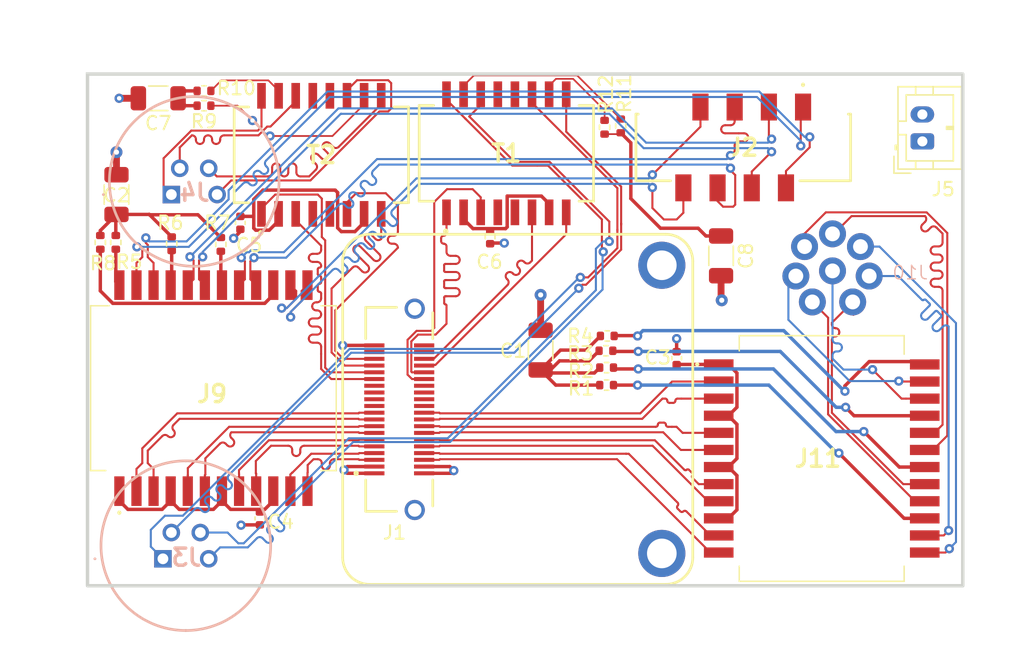
<source format=kicad_pcb>
(kicad_pcb (version 20221018) (generator pcbnew)
  (title_block (rev "1"))
  (layers (0 "F.Cu" signal "Front") (1 "In1.Cu" signal) (2 "In2.Cu" signal) (31 "B.Cu" signal "Back") (34 "B.Paste" user) (35 "F.Paste" user) (36 "B.SilkS" user "B.Silkscreen") (37 "F.SilkS" user "F.Silkscreen") (38 "B.Mask" user) (39 "F.Mask" user) (44 "Edge.Cuts" user))
  (net 0 "")
  (net 16 "GND")
  (net 17 "P0A_P")
  (net 18 "P1A_P")
  (net 19 "P0A_N")
  (net 20 "P1A_N")
  (net 21 "P0B_P")
  (net 22 "P1B_P")
  (net 23 "P0B_N")
  (net 24 "P1B_N")
  (net 25 "P3A_P")
  (net 26 "P2A_P")
  (net 27 "P3A_N")
  (net 28 "P2A_N")
  (net 29 "P3B_P")
  (net 30 "P2B_P")
  (net 31 "P3B_N")
  (net 32 "P2B_N")
  (net 33 "P3C_P")
  (net 34 "P2C_P")
  (net 35 "P3C_N")
  (net 36 "P2C_N")
  (net 37 "P3D_P")
  (net 38 "P2D_P")
  (net 39 "P3D_N")
  (net 40 "P2D_N")
  (net 41 "5V")
  (net 42 "M2A_P")
  (net 43 "M2A_N")
  (net 44 "M2B_P")
  (net 45 "M2B_N")
  (net 46 "M2C_P")
  (net 47 "M2C_N")
  (net 48 "M2D_P")
  (net 49 "M2D_N")
  (net 50 "M0A_P")
  (net 51 "M0A_N")
  (net 52 "M0B_P")
  (net 53 "M0B_N")
  (net 54 "M1B_P")
  (net 55 "M1B_N")
  (net 56 "M1A_P")
  (net 57 "M1A_N")
  (net 58 "M3C_N")
  (net 59 "M3C_P")
  (net 60 "M3D_P")
  (net 61 "M3D_N")
  (net 62 "M3B_P")
  (net 63 "M3B_N")
  (net 64 "M3A_P")
  (net 65 "M3A_N")
  (net 74 "Net-(C1-Pad1)")
  (net 75 "Net-(C2-Pad1)")
  (net 76 "Net-(J11-TCT1)")
  (net 77 "Net-(J9-TCT1)")
  (net 78 "Net-(T2-RCT)")
  (net 79 "Net-(T1-RCT)")
  (net 80 "Net-(C7-Pad1)")
  (net 81 "Net-(C8-Pad1)")
  (net 82 "Net-(J9-MCT4)")
  (net 83 "Net-(J9-MCT3)")
  (net 84 "Net-(J9-MCT2)")
  (net 85 "Net-(J9-MCT1)")
  (net 86 "Net-(J11-MCT4)")
  (net 87 "Net-(J11-MCT3)")
  (net 88 "Net-(J11-MCT2)")
  (net 89 "Net-(J11-MCT1)")
  (net 90 "Net-(T2-TXCT)")
  (net 91 "Net-(T2-RXCT)")
  (net 92 "Net-(T1-RXCT)")
  (net 93 "Net-(T1-TXCT)")
  (footprint "Resistor_SMD:R_0402_1005Metric" (layer "F.Cu") (at 0.95 12.5 90)
    (fp_text reference "R8")
    (fp_text value "52Ω3")
  )
  (footprint "Capacitor_SMD:C_0402_1005Metric" (layer "F.Cu") (at 11.35 11.05 -90)
    (fp_text reference "C5")
    (fp_text value ".1uF")
  )
  (footprint "Resistor_SMD:R_0402_1005Metric" (layer "F.Cu") (at 38.55 23.1 180)
    (fp_text reference "R1")
    (fp_text value "53Ω2")
  )
  (footprint "Capacitor_SMD:C_1206_3216Metric" (layer "F.Cu") (at 5.25 1.8 180)
    (fp_text reference "C7")
    (fp_text value "1nF")
  )
  (footprint "Capacitor_SMD:C_0402_1005Metric" (layer "F.Cu") (at 12.8 33 -90)
    (fp_text reference "C4")
    (fp_text value ".1uF")
  )
  (footprint "Resistor_SMD:R_0402_1005Metric" (layer "F.Cu") (at 8.65 2.35 180)
    (fp_text reference "R9")
    (fp_text value "52Ω3")
  )
  (footprint "Capacitor_SMD:C_0402_1005Metric" (layer "F.Cu") (at 29.9 12.12 -90)
    (fp_text reference "C6")
    (fp_text value ".1uF")
  )
  (footprint "Capacitor_SMD:C_1206_3216Metric" (layer "F.Cu") (at 47.05 13.5 -90)
    (fp_text reference "C8")
    (fp_text value "1nF")
  )
  (footprint "Capacitor_SMD:C_1206_3216Metric" (layer "F.Cu") (at 33.65 20.5 90)
    (fp_text reference "C1")
    (fp_text value "1nF")
  )
  (footprint "21xt_footprints:749013011" (layer "F.Cu") (at 17.365 6)
    (fp_text reference "T2")
    (fp_text value "749013011" hide)
  )
  (footprint "Resistor_SMD:R_0402_1005Metric" (layer "F.Cu") (at 38.55 21.8 180)
    (fp_text reference "R2")
    (fp_text value "53Ω2")
  )
  (footprint "Resistor_SMD:R_0402_1005Metric" (layer "F.Cu") (at 38.4 3.95 -90)
    (fp_text reference "R12")
    (fp_text value "52Ω3")
  )
  (footprint "21xt_footprints:749013011" (layer "F.Cu") (at 31.105 5.885)
    (fp_text reference "T1")
    (fp_text value "749013011" hide)
  )
  (footprint "bulkhead_library:23378222" (layer "F.Cu") (at 54.525 28.55 -90)
    (fp_text reference "J11")
    (fp_text value "2337822-2" hide)
  )
  (footprint "Capacitor_SMD:C_0402_1005Metric" (layer "F.Cu") (at 43.75 21.1 90)
    (fp_text reference "C3")
    (fp_text value ".1uF")
  )
  (footprint "Connector_JST:JST_PH_B2B-PH-K_1x02_P2.00mm_Vertical" (layer "F.Cu") (at 62 5 90)
    (fp_text reference "J5")
    (fp_text value "Conn_01x02_Pin")
  )
  (footprint "bulkhead_library:908160008" (layer "F.Cu") (at 48.7 5.45 180)
    (fp_text reference "J2")
    (fp_text value "90816-0008" hide)
  )
  (footprint "Resistor_SMD:R_0402_1005Metric" (layer "F.Cu") (at 6.25 12.6 90)
    (fp_text reference "R6")
    (fp_text value "52Ω3")
  )
  (footprint "Resistor_SMD:R_0402_1005Metric" (layer "F.Cu") (at 2.1 12.5 90)
    (fp_text reference "R5")
    (fp_text value "52Ω3")
  )
  (footprint "bulkhead_library:23378222" (layer "F.Cu") (at 9.35 23.325)
    (fp_text reference "J9")
    (fp_text value "2337822-2" hide)
  )
  (footprint "Resistor_SMD:R_0402_1005Metric" (layer "F.Cu") (at 38.6 19.45 180)
    (fp_text reference "R4")
    (fp_text value "52Ω3")
  )
  (footprint "Resistor_SMD:R_0402_1005Metric" (layer "F.Cu") (at 39.6 3.85 -90)
    (fp_text reference "R11")
    (fp_text value "52Ω3")
  )
  (footprint "bulkhead_library:LSHM-120-02.5-L-DV-A-S-K-TR" (layer "F.Cu") (at 23.15 24.9 90)
    (fp_text reference "J1")
    (fp_text value "GIGABLOX_NANO_SWITCH_REVA_MODULE")
  )
  (footprint "Resistor_SMD:R_0402_1005Metric" (layer "F.Cu") (at 8.65 1.25 180)
    (fp_text reference "R10")
    (fp_text value "52Ω3")
  )
  (footprint "Resistor_SMD:R_0402_1005Metric" (layer "F.Cu") (at 38.5 20.55 180)
    (fp_text reference "R3")
    (fp_text value "53Ω2")
  )
  (footprint "Resistor_SMD:R_0402_1005Metric" (layer "F.Cu") (at 9.9 12.65 90)
    (fp_text reference "R7")
    (fp_text value "52Ω3")
  )
  (footprint "Capacitor_SMD:C_1206_3216Metric" (layer "F.Cu") (at 2.15 8.95 90)
    (fp_text reference "C2")
    (fp_text value "1nF")
  )
  (footprint "bulkhead_library:T4041017041000" (layer "B.Cu") (at 6.225 8.95 180)
    (fp_text reference "J4")
    (fp_text value "T4041017041-000" hide)
  )
  (footprint "bulkhead_library:m12 8p" (layer "B.Cu") (at 55.326932 14.617455 -45)
    (fp_text reference "J10")
    (fp_text value "~")
  )
  (footprint "bulkhead_library:T4041017041000" (layer "B.Cu") (at 5.6 36 180)
    (fp_text reference "J3")
    (fp_text value "T4041017041-000" hide)
  )
  (gr_rect (start 0 0) (end 65 38) (stroke (width 0.254)) (fill none) (layer "Edge.Cuts"))
  (segment (start 3.775 1.8) (end 2.35 1.8) (width 0.508) (layer "F.Cu") (net 16))
  (segment (start 47.05 14.975) (end 47.05 16.75) (width 0.508) (layer "F.Cu") (net 16))
  (segment (start 21.3 29.65) (end 19.3 29.65) (width 0.254) (layer "F.Cu") (net 16))
  (segment (start 21.3 20.15) (end 18.95 20.15) (width 0.254) (layer "F.Cu") (net 16))
  (segment (start 43.75 20.62) (end 43.75 19.65) (width 0.254) (layer "F.Cu") (net 16))
  (segment (start 11.42 33.48) (end 11.4 33.5) (width 0.254) (layer "F.Cu") (net 16))
  (segment (start 2.15 7.475) (end 2.15 5.8) (width 0.508) (layer "F.Cu") (net 16))
  (segment (start 29.9 12.53) (end 29.92 12.55) (width 0.254) (layer "F.Cu") (net 16))
  (segment (start 19.3 29.15) (end 19.05 29.4) (width 0.254) (layer "F.Cu") (net 16))
  (segment (start 11.3 11.75) (end 10.85 12.2) (width 0.254) (layer "F.Cu") (net 16))
  (segment (start 33.65 19.025) (end 33.65 16.4) (width 0.508) (layer "F.Cu") (net 16))
  (segment (start 21.3 29.15) (end 19.3 29.15) (width 0.254) (layer "F.Cu") (net 16))
  (segment (start 12.8 33.48) (end 11.42 33.48) (width 0.254) (layer "F.Cu") (net 16))
  (segment (start 47.05 16.75) (end 47.1 16.8) (width 0.508) (layer "F.Cu") (net 16))
  (segment (start 19.3 29.65) (end 19.05 29.4) (width 0.254) (layer "F.Cu") (net 16))
  (segment (start 29.92 12.55) (end 30.95 12.55) (width 0.254) (layer "F.Cu") (net 16))
  (via (at 10.85 12.2) (size 0.6858) (drill 0.3302) (layers "F.Cu" "B.Cu") (net 16))
  (via (at 11.4 33.5) (size 0.6858) (drill 0.3302) (layers "F.Cu" "B.Cu") (net 16))
  (via (at 43.75 19.65) (size 0.6858) (drill 0.3302) (layers "F.Cu" "B.Cu") (net 16))
  (via (at 30.95 12.55) (size 0.6858) (drill 0.3302) (layers "F.Cu" "B.Cu") (net 16))
  (via (at 2.35 1.8) (size 0.6858) (drill 0.3302) (layers "F.Cu" "B.Cu") (net 16))
  (via (at 33.65 16.4) (size 0.889) (drill 0.381) (layers "F.Cu" "B.Cu") (net 16))
  (via (at 47.1 16.8) (size 0.889) (drill 0.381) (layers "F.Cu" "B.Cu") (net 16))
  (via (at 2.15 5.8) (size 0.889) (drill 0.381) (layers "F.Cu" "B.Cu") (net 16))
  (via (at 19.05 29.4) (size 0.6858) (drill 0.3302) (layers "F.Cu" "B.Cu") (net 16))
  (via (at 18.95 20.15) (size 0.6858) (drill 0.3302) (layers "F.Cu" "B.Cu") (net 16))
  (segment (start 31.608521 14.829844) (end 31.569168 14.790491) (width 0.1524) (layer "F.Cu") (net 17))
  (segment (start 32.032785 14.829842) (end 32.032786 14.829843) (width 0.1524) (layer "F.Cu") (net 17))
  (segment (start 25.6 21.15) (end 25 21.15) (width 0.1524) (layer "F.Cu") (net 17))
  (segment (start 31.184257 15.678372) (end 25.66583 21.1968) (width 0.1524) (layer "F.Cu") (net 17))
  (segment (start 31.184256 15.678371) (end 31.184257 15.678372) (width 0.1524) (layer "F.Cu") (net 17))
  (segment (start 25.6468 21.1968) (end 25.6 21.15) (width 0.1524) (layer "F.Cu") (net 17))
  (segment (start 32.45705 13.981315) (end 32.417686 13.941951) (width 0.1524) (layer "F.Cu") (net 17))
  (segment (start 33.01 10.27) (end 33.01 13.85263) (width 0.1524) (layer "F.Cu") (net 17))
  (segment (start 25.66583 21.1968) (end 25.6468 21.1968) (width 0.1524) (layer "F.Cu") (net 17))
  (segment (start 32.032786 14.829843) (end 32.032786 14.829844) (width 0.1524) (layer "F.Cu") (net 17))
  (segment (start 33.01 13.85263) (end 32.881315 13.981315) (width 0.1524) (layer "F.Cu") (net 17))
  (segment (start 31.60852 14.829844) (end 31.608521 14.829844) (width 0.1524) (layer "F.Cu") (net 17))
  (segment (start 32.457049 13.981315) (end 32.45705 13.981315) (width 0.1524) (layer "F.Cu") (net 17))
  (segment (start 31.993422 14.366215) (end 32.032785 14.405578) (width 0.1524) (layer "F.Cu") (net 17))
  (segment (start 31.144904 15.214755) (end 31.184256 15.254107) (width 0.1524) (layer "F.Cu") (net 17))
  (arc (start 32.417686 13.941951) (mid 32.205554 13.854083) (end 31.993422 13.941951) (width 0.1524) (layer "F.Cu") (net 17))
  (arc (start 32.032786 14.829844) (mid 31.820653 14.917712) (end 31.60852 14.829844) (width 0.1524) (layer "F.Cu") (net 17))
  (arc (start 32.032785 14.405578) (mid 32.120653 14.61771) (end 32.032785 14.829842) (width 0.1524) (layer "F.Cu") (net 17))
  (arc (start 31.144904 14.790491) (mid 31.057036 15.002623) (end 31.144904 15.214755) (width 0.1524) (layer "F.Cu") (net 17))
  (arc (start 31.569168 14.790491) (mid 31.357036 14.702623) (end 31.144904 14.790491) (width 0.1524) (layer "F.Cu") (net 17))
  (arc (start 31.993422 13.941951) (mid 31.905554 14.154083) (end 31.993422 14.366215) (width 0.1524) (layer "F.Cu") (net 17))
  (arc (start 32.881315 13.981315) (mid 32.669182 14.069183) (end 32.457049 13.981315) (width 0.1524) (layer "F.Cu") (net 17))
  (arc (start 31.184256 15.254107) (mid 31.272124 15.466239) (end 31.184256 15.678371) (width 0.1524) (layer "F.Cu") (net 17))
  (segment (start 18.4039 17.5461) (end 23.05 12.9) (width 0.1524) (layer "F.Cu") (net 18))
  (segment (start 23.05 11.7) (end 23.05 9.75) (width 0.1524) (layer "F.Cu") (net 18))
  (segment (start 22.60225 12) (end 22.75 12) (width 0.1524) (layer "F.Cu") (net 18))
  (segment (start 19.27 9.53) (end 19.27 10.385) (width 0.1524) (layer "F.Cu") (net 18))
  (segment (start 23.05 9.75) (end 22.15 8.85) (width 0.1524) (layer "F.Cu") (net 18))
  (segment (start 22.75 12.6) (end 22.60225 12.6) (width 0.1524) (layer "F.Cu") (net 18))
  (segment (start 22.15 8.85) (end 19.95 8.85) (width 0.1524) (layer "F.Cu") (net 18))
  (segment (start 18.4039 20.5539) (end 18.4039 17.5461) (width 0.1524) (layer "F.Cu") (net 18))
  (segment (start 19.95 8.85) (end 19.27 9.53) (width 0.1524) (layer "F.Cu") (net 18))
  (segment (start 19 21.15) (end 18.4039 20.5539) (width 0.1524) (layer "F.Cu") (net 18))
  (segment (start 21.3 21.15) (end 19 21.15) (width 0.1524) (layer "F.Cu") (net 18))
  (arc (start 22.75 12) (mid 22.962132 11.912132) (end 23.05 11.7) (width 0.1524) (layer "F.Cu") (net 18))
  (arc (start 22.60225 12.6) (mid 22.390118 12.512132) (end 22.30225 12.3) (width 0.1524) (layer "F.Cu") (net 18))
  (arc (start 23.05 12.9) (mid 22.962132 12.687868) (end 22.75 12.6) (width 0.1524) (layer "F.Cu") (net 18))
  (arc (start 22.30225 12.3) (mid 22.390118 12.087868) (end 22.60225 12) (width 0.1524) (layer "F.Cu") (net 18))
  (segment (start 25.6468 21.6032) (end 25.6 21.65) (width 0.1524) (layer "F.Cu") (net 19))
  (segment (start 35.55 11.88737) (end 35.55 10.27) (width 0.1524) (layer "F.Cu") (net 19))
  (segment (start 25.83417 21.6032) (end 25.6468 21.6032) (width 0.1524) (layer "F.Cu") (net 19))
  (segment (start 25.6 21.65) (end 25 21.65) (width 0.1524) (layer "F.Cu") (net 19))
  (segment (start 25.83417 21.6032) (end 35.55 11.88737) (width 0.1524) (layer "F.Cu") (net 19))
  (segment (start 18.840151 15.214716) (end 18.840154 15.214716) (width 0.1524) (layer "F.Cu") (net 20))
  (segment (start 20.820051 14.224769) (end 20.325075 13.729793) (width 0.1524) (layer "F.Cu") (net 20))
  (segment (start 19.104868 21.65) (end 18.1245 20.669632) (width 0.1524) (layer "F.Cu") (net 20))
  (segment (start 21.102893 11.962026) (end 21.385736 12.244869) (width 0.1524) (layer "F.Cu") (net 20))
  (segment (start 20.961471 12.669132) (end 20.678629 12.38629) (width 0.1524) (layer "F.Cu") (net 20))
  (segment (start 21.385736 12.244869) (end 21.385735 12.244869) (width 0.1524) (layer "F.Cu") (net 20))
  (segment (start 18.1245 20.669632) (end 18.1245 15.930369) (width 0.1524) (layer "F.Cu") (net 20))
  (segment (start 21.810001 12.244869) (end 21.81 10.385) (width 0.1524) (layer "F.Cu") (net 20))
  (segment (start 21.3 21.65) (end 19.104868 21.65) (width 0.1524) (layer "F.Cu") (net 20))
  (segment (start 20.325075 13.729793) (end 19.830101 13.234819) (width 0.1524) (layer "F.Cu") (net 20))
  (segment (start 20.749341 13.305531) (end 21.244315 13.800505) (width 0.1524) (layer "F.Cu") (net 20))
  (segment (start 21.668579 13.376241) (end 20.961471 12.669132) (width 0.1524) (layer "F.Cu") (net 20))
  (segment (start 18.1245 15.930369) (end 18.840151 15.214716) (width 0.1524) (layer "F.Cu") (net 20))
  (segment (start 18.840154 15.214716) (end 19.688681 14.366191) (width 0.1524) (layer "F.Cu") (net 20))
  (segment (start 20.254365 12.810555) (end 20.749341 13.305531) (width 0.1524) (layer "F.Cu") (net 20))
  (segment (start 20.112945 14.366191) (end 20.395787 14.649033) (width 0.1524) (layer "F.Cu") (net 20))
  (arc (start 20.820051 14.649033) (mid 20.907919 14.436901) (end 20.820051 14.224769) (width 0.1524) (layer "F.Cu") (net 20))
  (arc (start 21.244315 13.800505) (mid 21.456447 13.888373) (end 21.668579 13.800505) (width 0.1524) (layer "F.Cu") (net 20))
  (arc (start 21.668579 13.800505) (mid 21.756447 13.588373) (end 21.668579 13.376241) (width 0.1524) (layer "F.Cu") (net 20))
  (arc (start 20.678629 12.38629) (mid 20.590761 12.174158) (end 20.678629 11.962026) (width 0.1524) (layer "F.Cu") (net 20))
  (arc (start 19.830101 12.810555) (mid 20.042233 12.722687) (end 20.254365 12.810555) (width 0.1524) (layer "F.Cu") (net 20))
  (arc (start 20.678629 11.962026) (mid 20.890761 11.874158) (end 21.102893 11.962026) (width 0.1524) (layer "F.Cu") (net 20))
  (arc (start 19.830101 13.234819) (mid 19.742233 13.022687) (end 19.830101 12.810555) (width 0.1524) (layer "F.Cu") (net 20))
  (arc (start 20.395787 14.649033) (mid 20.607919 14.736901) (end 20.820051 14.649033) (width 0.1524) (layer "F.Cu") (net 20))
  (arc (start 19.688681 14.366191) (mid 19.900813 14.278323) (end 20.112945 14.366191) (width 0.1524) (layer "F.Cu") (net 20))
  (arc (start 21.385735 12.244869) (mid 21.597868 12.332737) (end 21.810001 12.244869) (width 0.1524) (layer "F.Cu") (net 20))
  (segment (start 24.0976 22.15) (end 24.0468 22.0992) (width 0.1524) (layer "F.Cu") (net 21))
  (segment (start 26.572539 15.3) (end 26.66 15.3) (width 0.1524) (layer "F.Cu") (net 21))
  (segment (start 26.66 16.5) (end 27.340288 16.5) (width 0.1524) (layer "F.Cu") (net 21))
  (segment (start 26.489054 17.014527) (end 26.489054 16.585473) (width 0.1524) (layer "F.Cu") (net 21))
  (segment (start 24.55 19.35) (end 25.85 19.35) (width 0.1524) (layer "F.Cu") (net 21))
  (segment (start 27.340288 15.9) (end 26.66 15.9) (width 0.1524) (layer "F.Cu") (net 21))
  (segment (start 26.485079 15.81254) (end 26.485079 15.38746) (width 0.1524) (layer "F.Cu") (net 21))
  (segment (start 24.0468 22.0992) (end 24.0468 19.8532) (width 0.1524) (layer "F.Cu") (net 21))
  (segment (start 26.66 13.2) (end 26.66 12.8) (width 0.1524) (layer "F.Cu") (net 21))
  (segment (start 26.66 15.3) (end 27.340288 15.3) (width 0.1524) (layer "F.Cu") (net 21))
  (segment (start 26.260849 12.40085) (end 26.260849 12.2) (width 0.1524) (layer "F.Cu") (net 21))
  (segment (start 26.485102 14.612551) (end 26.485102 14.187449) (width 0.1524) (layer "F.Cu") (net 21))
  (segment (start 27.340288 14.7) (end 26.66 14.7) (width 0.1524) (layer "F.Cu") (net 21))
  (segment (start 26.96 14.1) (end 27.340288 14.1) (width 0.1524) (layer "F.Cu") (net 21))
  (segment (start 26.460425 12.600425) (end 26.460424 12.600425) (width 0.1524) (layer "F.Cu") (net 21))
  (segment (start 26.66 11.80085) (end 26.66 11.6) (width 0.1524) (layer "F.Cu") (net 21))
  (segment (start 26.66 11.6) (end 26.66 10.27) (width 0.1524) (layer "F.Cu") (net 21))
  (segment (start 24.0468 19.8532) (end 24.55 19.35) (width 0.1524) (layer "F.Cu") (net 21))
  (segment (start 25.85 19.35) (end 26.66 18.54) (width 0.1524) (layer "F.Cu") (net 21))
  (segment (start 27.340288 13.5) (end 26.96 13.5) (width 0.1524) (layer "F.Cu") (net 21))
  (segment (start 26.572551 14.1) (end 26.96 14.1) (width 0.1524) (layer "F.Cu") (net 21))
  (segment (start 25 22.15) (end 24.0976 22.15) (width 0.1524) (layer "F.Cu") (net 21))
  (segment (start 26.66 15.9) (end 26.572539 15.9) (width 0.1524) (layer "F.Cu") (net 21))
  (segment (start 26.66 14.7) (end 26.572551 14.7) (width 0.1524) (layer "F.Cu") (net 21))
  (segment (start 26.460424 12.000425) (end 26.460425 12.000425) (width 0.1524) (layer "F.Cu") (net 21))
  (segment (start 26.574527 16.5) (end 26.66 16.5) (width 0.1524) (layer "F.Cu") (net 21))
  (segment (start 26.66 18.54) (end 26.66 17.185473) (width 0.1524) (layer "F.Cu") (net 21))
  (arc (start 27.640288 15) (mid 27.55242 14.787868) (end 27.340288 14.7) (width 0.1524) (layer "F.Cu") (net 21))
  (arc (start 26.460425 12.000425) (mid 26.601546 11.941971) (end 26.66 11.80085) (width 0.1524) (layer "F.Cu") (net 21))
  (arc (start 27.640288 16.2) (mid 27.55242 15.987868) (end 27.340288 15.9) (width 0.1524) (layer "F.Cu") (net 21))
  (arc (start 26.96 13.5) (mid 26.747868 13.412132) (end 26.66 13.2) (width 0.1524) (layer "F.Cu") (net 21))
  (arc (start 26.572539 15.9) (mid 26.510695 15.874384) (end 26.485079 15.81254) (width 0.1524) (layer "F.Cu") (net 21))
  (arc (start 27.340288 16.5) (mid 27.55242 16.412132) (end 27.640288 16.2) (width 0.1524) (layer "F.Cu") (net 21))
  (arc (start 26.572551 14.7) (mid 26.510715 14.674387) (end 26.485102 14.612551) (width 0.1524) (layer "F.Cu") (net 21))
  (arc (start 26.260849 12.2) (mid 26.319303 12.058879) (end 26.460424 12.000425) (width 0.1524) (layer "F.Cu") (net 21))
  (arc (start 27.340288 14.1) (mid 27.55242 14.012132) (end 27.640288 13.8) (width 0.1524) (layer "F.Cu") (net 21))
  (arc (start 27.340288 15.3) (mid 27.55242 15.212132) (end 27.640288 15) (width 0.1524) (layer "F.Cu") (net 21))
  (arc (start 26.66 12.8) (mid 26.601546 12.658879) (end 26.460425 12.600425) (width 0.1524) (layer "F.Cu") (net 21))
  (arc (start 26.460424 12.600425) (mid 26.319303 12.541971) (end 26.260849 12.40085) (width 0.1524) (layer "F.Cu") (net 21))
  (arc (start 26.66 17.185473) (mid 26.634966 17.125034) (end 26.574527 17.1) (width 0.1524) (layer "F.Cu") (net 21))
  (arc (start 26.485079 15.38746) (mid 26.510695 15.325616) (end 26.572539 15.3) (width 0.1524) (layer "F.Cu") (net 21))
  (arc (start 26.574527 17.1) (mid 26.514088 17.074966) (end 26.489054 17.014527) (width 0.1524) (layer "F.Cu") (net 21))
  (arc (start 26.489054 16.585473) (mid 26.514088 16.525034) (end 26.574527 16.5) (width 0.1524) (layer "F.Cu") (net 21))
  (arc (start 27.640288 13.8) (mid 27.55242 13.587868) (end 27.340288 13.5) (width 0.1524) (layer "F.Cu") (net 21))
  (arc (start 26.485102 14.187449) (mid 26.510715 14.125613) (end 26.572551 14.1) (width 0.1524) (layer "F.Cu") (net 21))
  (segment (start 12.92 9.9736) (end 12.92 10.385) (width 0.1524) (layer "F.Cu") (net 22))
  (segment (start 17.65 12.35) (end 17.4 12.1) (width 0.1524) (layer "F.Cu") (net 22))
  (segment (start 21.3 22.15) (end 18 22.15) (width 0.1524) (layer "F.Cu") (net 22))
  (segment (start 17.4 9.25) (end 17.1 8.95) (width 0.1524) (layer "F.Cu") (net 22))
  (segment (start 17.4 12.1) (end 17.4 9.25) (width 0.1524) (layer "F.Cu") (net 22))
  (segment (start 17.65 21.8) (end 17.65 12.35) (width 0.1524) (layer "F.Cu") (net 22))
  (segment (start 17.1 8.95) (end 13.9436 8.95) (width 0.1524) (layer "F.Cu") (net 22))
  (segment (start 13.9436 8.95) (end 12.92 9.9736) (width 0.1524) (layer "F.Cu") (net 22))
  (segment (start 18 22.15) (end 17.65 21.8) (width 0.1524) (layer "F.Cu") (net 22))
  (segment (start 24.0976 22.65) (end 23.7674 22.3198) (width 0.1524) (layer "F.Cu") (net 23))
  (segment (start 23.7674 19.737468) (end 24.434269 19.0706) (width 0.1524) (layer "F.Cu") (net 23))
  (segment (start 25.75 9.4986) (end 26.6986 8.55) (width 0.1524) (layer "F.Cu") (net 23))
  (segment (start 25 22.65) (end 24.0976 22.65) (width 0.1524) (layer "F.Cu") (net 23))
  (segment (start 26.6986 8.55) (end 28.6 8.55) (width 0.1524) (layer "F.Cu") (net 23))
  (segment (start 25.5294 19.0706) (end 25.75 18.85) (width 0.1524) (layer "F.Cu") (net 23))
  (segment (start 29.2 9.15) (end 29.2 10.27) (width 0.1524) (layer "F.Cu") (net 23))
  (segment (start 25.75 18.85) (end 25.75 9.4986) (width 0.1524) (layer "F.Cu") (net 23))
  (segment (start 28.6 8.55) (end 29.2 9.15) (width 0.1524) (layer "F.Cu") (net 23))
  (segment (start 24.434269 19.0706) (end 25.5294 19.0706) (width 0.1524) (layer "F.Cu") (net 23))
  (segment (start 23.7674 22.3198) (end 23.7674 19.737468) (width 0.1524) (layer "F.Cu") (net 23))
  (segment (start 17.05 19.35) (end 16.734857 19.35) (width 0.1524) (layer "F.Cu") (net 24))
  (segment (start 17.35 21.9) (end 18.1 22.65) (width 0.1524) (layer "F.Cu") (net 24))
  (segment (start 18.1 22.65) (end 21.3 22.65) (width 0.1524) (layer "F.Cu") (net 24))
  (segment (start 17.224354 15.575646) (end 17.224353 15.575646) (width 0.1524) (layer "F.Cu") (net 24))
  (segment (start 15.46 10.86) (end 17.35 12.75) (width 0.1524) (layer "F.Cu") (net 24))
  (segment (start 16.73487 18.75) (end 17.05 18.75) (width 0.1524) (layer "F.Cu") (net 24))
  (segment (start 17.224354 14.375646) (end 17.224353 14.375646) (width 0.1524) (layer "F.Cu") (net 24))
  (segment (start 16.73487 13.95) (end 17.05 13.95) (width 0.1524) (layer "F.Cu") (net 24))
  (segment (start 17.35 15.101292) (end 17.35 15.45) (width 0.1524) (layer "F.Cu") (net 24))
  (segment (start 17.05 13.35) (end 16.73487 13.35) (width 0.1524) (layer "F.Cu") (net 24))
  (segment (start 17.224353 16.175646) (end 17.224354 16.175646) (width 0.1524) (layer "F.Cu") (net 24))
  (segment (start 17.35 16.301292) (end 17.35 16.65) (width 0.1524) (layer "F.Cu") (net 24))
  (segment (start 17.35 12.75) (end 17.35 13.05) (width 0.1524) (layer "F.Cu") (net 24))
  (segment (start 17.098707 14.501292) (end 17.098707 14.85) (width 0.1524) (layer "F.Cu") (net 24))
  (segment (start 16.98486 17.55) (end 17.05 17.55) (width 0.1524) (layer "F.Cu") (net 24))
  (segment (start 17.05 16.95) (end 16.98486 16.95) (width 0.1524) (layer "F.Cu") (net 24))
  (segment (start 17.35 20.25) (end 17.35 20.785192) (width 0.1524) (layer "F.Cu") (net 24))
  (segment (start 17.098707 15.701292) (end 17.098707 16.05) (width 0.1524) (layer "F.Cu") (net 24))
  (segment (start 15.46 10.385) (end 15.46 10.86) (width 0.1524) (layer "F.Cu") (net 24))
  (segment (start 16.734857 19.95) (end 17.05 19.95) (width 0.1524) (layer "F.Cu") (net 24))
  (segment (start 17.05 18.15) (end 16.73487 18.15) (width 0.1524) (layer "F.Cu") (net 24))
  (segment (start 17.35 20.785192) (end 17.35 21.9) (width 0.1524) (layer "F.Cu") (net 24))
  (segment (start 17.224353 14.975646) (end 17.224354 14.975646) (width 0.1524) (layer "F.Cu") (net 24))
  (arc (start 17.224354 16.175646) (mid 17.313199 16.212447) (end 17.35 16.301292) (width 0.1524) (layer "F.Cu") (net 24))
  (arc (start 17.224353 15.575646) (mid 17.135508 15.612447) (end 17.098707 15.701292) (width 0.1524) (layer "F.Cu") (net 24))
  (arc (start 16.98486 16.95) (mid 16.772728 17.037868) (end 16.68486 17.25) (width 0.1524) (layer "F.Cu") (net 24))
  (arc (start 17.224354 14.975646) (mid 17.313199 15.012447) (end 17.35 15.101292) (width 0.1524) (layer "F.Cu") (net 24))
  (arc (start 17.35 19.05) (mid 17.262132 19.262132) (end 17.05 19.35) (width 0.1524) (layer "F.Cu") (net 24))
  (arc (start 16.68486 17.25) (mid 16.772728 17.462132) (end 16.98486 17.55) (width 0.1524) (layer "F.Cu") (net 24))
  (arc (start 17.35 13.05) (mid 17.262132 13.262132) (end 17.05 13.35) (width 0.1524) (layer "F.Cu") (net 24))
  (arc (start 17.098707 16.05) (mid 17.135508 16.138845) (end 17.224353 16.175646) (width 0.1524) (layer "F.Cu") (net 24))
  (arc (start 16.43487 13.65) (mid 16.522738 13.862132) (end 16.73487 13.95) (width 0.1524) (layer "F.Cu") (net 24))
  (arc (start 17.05 18.75) (mid 17.262132 18.837868) (end 17.35 19.05) (width 0.1524) (layer "F.Cu") (net 24))
  (arc (start 17.224353 14.375646) (mid 17.135508 14.412447) (end 17.098707 14.501292) (width 0.1524) (layer "F.Cu") (net 24))
  (arc (start 17.35 14.25) (mid 17.313199 14.338845) (end 17.224354 14.375646) (width 0.1524) (layer "F.Cu") (net 24))
  (arc (start 16.434857 19.65) (mid 16.522725 19.862132) (end 16.734857 19.95) (width 0.1524) (layer "F.Cu") (net 24))
  (arc (start 17.35 16.65) (mid 17.262132 16.862132) (end 17.05 16.95) (width 0.1524) (layer "F.Cu") (net 24))
  (arc (start 17.05 13.95) (mid 17.262132 14.037868) (end 17.35 14.25) (width 0.1524) (layer "F.Cu") (net 24))
  (arc (start 16.43487 18.45) (mid 16.522738 18.662132) (end 16.73487 18.75) (width 0.1524) (layer "F.Cu") (net 24))
  (arc (start 17.098707 14.85) (mid 17.135508 14.938845) (end 17.224353 14.975646) (width 0.1524) (layer "F.Cu") (net 24))
  (arc (start 16.73487 18.15) (mid 16.522738 18.237868) (end 16.43487 18.45) (width 0.1524) (layer "F.Cu") (net 24))
  (arc (start 17.05 17.55) (mid 17.262132 17.637868) (end 17.35 17.85) (width 0.1524) (layer "F.Cu") (net 24))
  (arc (start 17.35 17.85) (mid 17.262132 18.062132) (end 17.05 18.15) (width 0.1524) (layer "F.Cu") (net 24))
  (arc (start 17.05 19.95) (mid 17.262132 20.037868) (end 17.35 20.25) (width 0.1524) (layer "F.Cu") (net 24))
  (arc (start 16.73487 13.35) (mid 16.522738 13.437868) (end 16.43487 13.65) (width 0.1524) (layer "F.Cu") (net 24))
  (arc (start 17.35 15.45) (mid 17.313199 15.538845) (end 17.224354 15.575646) (width 0.1524) (layer "F.Cu") (net 24))
  (arc (start 16.734857 19.35) (mid 16.522725 19.437868) (end 16.434857 19.65) (width 0.1524) (layer "F.Cu") (net 24))
  (segment (start 26.171801 25.1968) (end 41.0532 25.1968) (width 0.1524) (layer "F.Cu") (net 25))
  (segment (start 26.125001 25.15) (end 26.171801 25.1968) (width 0.1524) (layer "F.Cu") (net 25))
  (segment (start 25 25.15) (end 26.125001 25.15) (width 0.1524) (layer "F.Cu") (net 25))
  (segment (start 43.415 22.835) (end 46.875 22.835) (width 0.1524) (layer "F.Cu") (net 25))
  (segment (start 41.0532 25.1968) (end 43.415 22.835) (width 0.1524) (layer "F.Cu") (net 25))
  (segment (start 20.128199 25.1968) (end 20.174999 25.15) (width 0.1524) (layer "F.Cu") (net 26))
  (segment (start 20.174999 25.15) (end 21.3 25.15) (width 0.1524) (layer "F.Cu") (net 26))
  (segment (start 3.635 30.975) (end 3.635 29.324999) (width 0.1524) (layer "F.Cu") (net 26))
  (segment (start 6.66583 25.1968) (end 20.128199 25.1968) (width 0.1524) (layer "F.Cu") (net 26))
  (segment (start 4.0668 27.79583) (end 6.66583 25.1968) (width 0.1524) (layer "F.Cu") (net 26))
  (segment (start 4.0668 28.893199) (end 4.0668 27.79583) (width 0.1524) (layer "F.Cu") (net 26))
  (segment (start 3.635 29.324999) (end 4.0668 28.893199) (width 0.1524) (layer "F.Cu") (net 26))
  (segment (start 43.056675 24.261675) (end 43.056675 24.261676) (width 0.1524) (layer "F.Cu") (net 27))
  (segment (start 44.1 24.105) (end 46.875 24.105) (width 0.1524) (layer "F.Cu") (net 27))
  (segment (start 42.695 24.105) (end 42.9 24.105) (width 0.1524) (layer "F.Cu") (net 27))
  (segment (start 43.21335 24.418351) (end 43.5 24.418351) (width 0.1524) (layer "F.Cu") (net 27))
  (segment (start 43.656675 24.261676) (end 43.656675 24.261675) (width 0.1524) (layer "F.Cu") (net 27))
  (segment (start 26.171801 25.6032) (end 41.1968 25.6032) (width 0.1524) (layer "F.Cu") (net 27))
  (segment (start 43.81335 24.105) (end 44.1 24.105) (width 0.1524) (layer "F.Cu") (net 27))
  (segment (start 25 25.65) (end 26.125001 25.65) (width 0.1524) (layer "F.Cu") (net 27))
  (segment (start 26.125001 25.65) (end 26.171801 25.6032) (width 0.1524) (layer "F.Cu") (net 27))
  (segment (start 41.1968 25.6032) (end 42.695 24.105) (width 0.1524) (layer "F.Cu") (net 27))
  (arc (start 43.656675 24.261675) (mid 43.702564 24.150889) (end 43.81335 24.105) (width 0.1524) (layer "F.Cu") (net 27))
  (arc (start 43.056675 24.261676) (mid 43.102564 24.372462) (end 43.21335 24.418351) (width 0.1524) (layer "F.Cu") (net 27))
  (arc (start 42.9 24.105) (mid 43.010786 24.150889) (end 43.056675 24.261675) (width 0.1524) (layer "F.Cu") (net 27))
  (arc (start 43.5 24.418351) (mid 43.610786 24.372462) (end 43.656675 24.261676) (width 0.1524) (layer "F.Cu") (net 27))
  (segment (start 5.552318 26.885054) (end 4.4732 27.96417) (width 0.1524) (layer "F.Cu") (net 28))
  (segment (start 6.393686 26.877892) (end 6.393685 26.877893) (width 0.1524) (layer "F.Cu") (net 28))
  (segment (start 6.83417 25.6032) (end 6.393685 26.043685) (width 0.1524) (layer "F.Cu") (net 28))
  (segment (start 4.905 29.324999) (end 4.905 30.975) (width 0.1524) (layer "F.Cu") (net 28))
  (segment (start 20.174999 25.65) (end 20.128199 25.6032) (width 0.1524) (layer "F.Cu") (net 28))
  (segment (start 6.393685 26.877893) (end 6.386524 26.885055) (width 0.1524) (layer "F.Cu") (net 28))
  (segment (start 20.128199 25.6032) (end 6.83417 25.6032) (width 0.1524) (layer "F.Cu") (net 28))
  (segment (start 4.4732 28.893199) (end 4.905 29.324999) (width 0.1524) (layer "F.Cu") (net 28))
  (segment (start 21.3 25.65) (end 20.174999 25.65) (width 0.1524) (layer "F.Cu") (net 28))
  (segment (start 5.552317 26.885056) (end 5.552318 26.885054) (width 0.1524) (layer "F.Cu") (net 28))
  (segment (start 4.4732 27.96417) (end 4.4732 28.893199) (width 0.1524) (layer "F.Cu") (net 28))
  (arc (start 6.393685 26.043685) (mid 6.307299 26.252238) (end 6.393685 26.460789) (width 0.1524) (layer "F.Cu") (net 28))
  (arc (start 5.96942 26.885055) (mid 5.760868 26.798671) (end 5.552317 26.885056) (width 0.1524) (layer "F.Cu") (net 28))
  (arc (start 6.393685 26.460789) (mid 6.48007 26.66934) (end 6.393686 26.877892) (width 0.1524) (layer "F.Cu") (net 28))
  (arc (start 6.386524 26.885055) (mid 6.177973 26.971439) (end 5.96942 26.885055) (width 0.1524) (layer "F.Cu") (net 28))
  (segment (start 25 26.15) (end 26.125001 26.15) (width 0.1524) (layer "F.Cu") (net 29))
  (segment (start 43.4 26.1968) (end 43.7468 26.1968) (width 0.1524) (layer "F.Cu") (net 29))
  (segment (start 43.7468 26.1968) (end 44.2 26.65) (width 0.1524) (layer "F.Cu") (net 29))
  (segment (start 42.354874 26.041926) (end 42.354874 26.041925) (width 0.1524) (layer "F.Cu") (net 29))
  (segment (start 26.125001 26.15) (end 26.171801 26.1968) (width 0.1524) (layer "F.Cu") (net 29))
  (segment (start 44.2 26.65) (end 44.205 26.645) (width 0.1524) (layer "F.Cu") (net 29))
  (segment (start 42.509748 25.887051) (end 42.8 25.887051) (width 0.1524) (layer "F.Cu") (net 29))
  (segment (start 42.954874 26.041925) (end 42.954874 26.041926) (width 0.1524) (layer "F.Cu") (net 29))
  (segment (start 43.109748 26.1968) (end 43.4 26.1968) (width 0.1524) (layer "F.Cu") (net 29))
  (segment (start 26.171801 26.1968) (end 42.2 26.1968) (width 0.1524) (layer "F.Cu") (net 29))
  (segment (start 44.205 26.645) (end 46.875 26.645) (width 0.1524) (layer "F.Cu") (net 29))
  (arc (start 42.354874 26.041925) (mid 42.400236 25.932413) (end 42.509748 25.887051) (width 0.1524) (layer "F.Cu") (net 29))
  (arc (start 42.954874 26.041926) (mid 43.000236 26.151438) (end 43.109748 26.1968) (width 0.1524) (layer "F.Cu") (net 29))
  (arc (start 42.2 26.1968) (mid 42.309512 26.151438) (end 42.354874 26.041926) (width 0.1524) (layer "F.Cu") (net 29))
  (arc (start 42.8 25.887051) (mid 42.909512 25.932413) (end 42.954874 26.041925) (width 0.1524) (layer "F.Cu") (net 29))
  (segment (start 7.45 29.8) (end 7.45 29.26263) (width 0.1524) (layer "F.Cu") (net 30))
  (segment (start 10.51583 26.1968) (end 20.128199 26.1968) (width 0.1524) (layer "F.Cu") (net 30))
  (segment (start 7.45 29.26263) (end 10.51583 26.1968) (width 0.1524) (layer "F.Cu") (net 30))
  (segment (start 7.445 30.975) (end 7.445 29.805) (width 0.1524) (layer "F.Cu") (net 30))
  (segment (start 7.445 29.805) (end 7.45 29.8) (width 0.1524) (layer "F.Cu") (net 30))
  (segment (start 20.174999 26.15) (end 21.3 26.15) (width 0.1524) (layer "F.Cu") (net 30))
  (segment (start 20.128199 26.1968) (end 20.174999 26.15) (width 0.1524) (layer "F.Cu") (net 30))
  (segment (start 44.065 27.915) (end 46.875 27.915) (width 0.1524) (layer "F.Cu") (net 31))
  (segment (start 26.171801 26.6032) (end 42.7532 26.6032) (width 0.1524) (layer "F.Cu") (net 31))
  (segment (start 42.7532 26.6032) (end 44.065 27.915) (width 0.1524) (layer "F.Cu") (net 31))
  (segment (start 25 26.65) (end 26.125001 26.65) (width 0.1524) (layer "F.Cu") (net 31))
  (segment (start 26.125001 26.65) (end 26.171801 26.6032) (width 0.1524) (layer "F.Cu") (net 31))
  (segment (start 21.3 26.65) (end 20.174999 26.65) (width 0.1524) (layer "F.Cu") (net 32))
  (segment (start 10.684169 27.027466) (end 10.806548 27.149845) (width 0.1524) (layer "F.Cu") (net 32))
  (segment (start 10.68417 27.027466) (end 10.684169 27.027466) (width 0.1524) (layer "F.Cu") (net 32))
  (segment (start 20.128199 26.6032) (end 10.68417 26.6032) (width 0.1524) (layer "F.Cu") (net 32))
  (segment (start 20.174999 26.65) (end 20.128199 26.6032) (width 0.1524) (layer "F.Cu") (net 32))
  (segment (start 10.806549 27.57411) (end 10.806549 27.574109) (width 0.1524) (layer "F.Cu") (net 32))
  (segment (start 8.75 28.53737) (end 8.75 29.75) (width 0.1524) (layer "F.Cu") (net 32))
  (segment (start 9.835641 27.451732) (end 9.835642 27.451732) (width 0.1524) (layer "F.Cu") (net 32))
  (segment (start 10.382284 27.574111) (end 10.259906 27.451733) (width 0.1524) (layer "F.Cu") (net 32))
  (segment (start 9.835641 27.45173) (end 8.75 28.53737) (width 0.1524) (layer "F.Cu") (net 32))
  (segment (start 10.806549 27.574109) (end 10.806548 27.574111) (width 0.1524) (layer "F.Cu") (net 32))
  (segment (start 8.715 29.785) (end 8.715 30.975) (width 0.1524) (layer "F.Cu") (net 32))
  (segment (start 8.75 29.75) (end 8.715 29.785) (width 0.1524) (layer "F.Cu") (net 32))
  (segment (start 9.835642 27.451732) (end 9.835641 27.45173) (width 0.1524) (layer "F.Cu") (net 32))
  (arc (start 10.806548 27.574111) (mid 10.594416 27.661979) (end 10.382284 27.574111) (width 0.1524) (layer "F.Cu") (net 32))
  (arc (start 10.68417 26.6032) (mid 10.596301 26.815334) (end 10.68417 27.027466) (width 0.1524) (layer "F.Cu") (net 32))
  (arc (start 10.259906 27.451733) (mid 10.047775 27.363863) (end 9.835641 27.451732) (width 0.1524) (layer "F.Cu") (net 32))
  (arc (start 10.806548 27.149845) (mid 10.894418 27.361976) (end 10.806549 27.57411) (width 0.1524) (layer "F.Cu") (net 32))
  (segment (start 44.918685 29.644633) (end 44.662761 29.388709) (width 0.1524) (layer "F.Cu") (net 33))
  (segment (start 44.49442 29.38871) (end 44.49442 29.388709) (width 0.1524) (layer "F.Cu") (net 33))
  (segment (start 42.13417 27.1968) (end 26.171801 27.1968) (width 0.1524) (layer "F.Cu") (net 33))
  (segment (start 45.39237 30.455) (end 44.918685 29.981315) (width 0.1524) (layer "F.Cu") (net 33))
  (segment (start 46.875 30.455) (end 45.39237 30.455) (width 0.1524) (layer "F.Cu") (net 33))
  (segment (start 26.125001 27.15) (end 25 27.15) (width 0.1524) (layer "F.Cu") (net 33))
  (segment (start 26.171801 27.1968) (end 26.125001 27.15) (width 0.1524) (layer "F.Cu") (net 33))
  (segment (start 44.326079 29.388709) (end 42.13417 27.1968) (width 0.1524) (layer "F.Cu") (net 33))
  (segment (start 44.918684 29.812974) (end 44.918685 29.812974) (width 0.1524) (layer "F.Cu") (net 33))
  (segment (start 44.918685 29.644632) (end 44.918685 29.644633) (width 0.1524) (layer "F.Cu") (net 33))
  (segment (start 44.326078 29.388709) (end 44.326079 29.388709) (width 0.1524) (layer "F.Cu") (net 33))
  (arc (start 44.49442 29.388709) (mid 44.410249 29.423574) (end 44.326078 29.388709) (width 0.1524) (layer "F.Cu") (net 33))
  (arc (start 44.662761 29.388709) (mid 44.57859 29.353845) (end 44.49442 29.38871) (width 0.1524) (layer "F.Cu") (net 33))
  (arc (start 44.918685 29.812974) (mid 44.95355 29.728803) (end 44.918685 29.644632) (width 0.1524) (layer "F.Cu") (net 33))
  (arc (start 44.918685 29.981315) (mid 44.88382 29.897145) (end 44.918684 29.812974) (width 0.1524) (layer "F.Cu") (net 33))
  (segment (start 11.255 29.705) (end 11.255 30.975) (width 0.1524) (layer "F.Cu") (net 34))
  (segment (start 20.174999 27.15) (end 20.128199 27.1968) (width 0.1524) (layer "F.Cu") (net 34))
  (segment (start 11.25 29.7) (end 11.255 29.705) (width 0.1524) (layer "F.Cu") (net 34))
  (segment (start 21.3 27.15) (end 20.174999 27.15) (width 0.1524) (layer "F.Cu") (net 34))
  (segment (start 11.25 29.41263) (end 11.25 29.7) (width 0.1524) (layer "F.Cu") (net 34))
  (segment (start 20.128199 27.1968) (end 13.46583 27.1968) (width 0.1524) (layer "F.Cu") (net 34))
  (segment (start 13.46583 27.1968) (end 11.25 29.41263) (width 0.1524) (layer "F.Cu") (net 34))
  (segment (start 26.125001 27.65) (end 26.171801 27.6032) (width 0.1524) (layer "F.Cu") (net 35))
  (segment (start 26.171801 27.6032) (end 41.96583 27.6032) (width 0.1524) (layer "F.Cu") (net 35))
  (segment (start 25 27.65) (end 26.125001 27.65) (width 0.1524) (layer "F.Cu") (net 35))
  (segment (start 46.08763 31.725) (end 46.875 31.725) (width 0.1524) (layer "F.Cu") (net 35))
  (segment (start 41.96583 27.6032) (end 46.08763 31.725) (width 0.1524) (layer "F.Cu") (net 35))
  (segment (start 20.174999 27.65) (end 20.128199 27.6032) (width 0.1524) (layer "F.Cu") (net 36))
  (segment (start 20.128199 27.6032) (end 16.1 27.6032) (width 0.1524) (layer "F.Cu") (net 36))
  (segment (start 21.3 27.65) (end 20.174999 27.65) (width 0.1524) (layer "F.Cu") (net 36))
  (segment (start 12.525 29.675) (end 12.525 30.975) (width 0.1524) (layer "F.Cu") (net 36))
  (segment (start 15.2 28.067967) (end 15.2 27.9032) (width 0.1524) (layer "F.Cu") (net 36))
  (segment (start 13.63417 27.6032) (end 12.5 28.73737) (width 0.1524) (layer "F.Cu") (net 36))
  (segment (start 14.9 27.6032) (end 13.63417 27.6032) (width 0.1524) (layer "F.Cu") (net 36))
  (segment (start 12.5 29.65) (end 12.525 29.675) (width 0.1524) (layer "F.Cu") (net 36))
  (segment (start 12.5 28.73737) (end 12.5 29.65) (width 0.1524) (layer "F.Cu") (net 36))
  (segment (start 15.8 27.9032) (end 15.8 28.067967) (width 0.1524) (layer "F.Cu") (net 36))
  (arc (start 15.8 28.067967) (mid 15.712132 28.280099) (end 15.5 28.367967) (width 0.1524) (layer "F.Cu") (net 36))
  (arc (start 15.2 27.9032) (mid 15.112132 27.691068) (end 14.9 27.6032) (width 0.1524) (layer "F.Cu") (net 36))
  (arc (start 16.1 27.6032) (mid 15.887868 27.691068) (end 15.8 27.9032) (width 0.1524) (layer "F.Cu") (net 36))
  (arc (start 15.5 28.367967) (mid 15.287868 28.280099) (end 15.2 28.067967) (width 0.1524) (layer "F.Cu") (net 36))
  (segment (start 44.250232 32.4782) (end 44.25023 32.478199) (width 0.1524) (layer "F.Cu") (net 37))
  (segment (start 40.1936 28.2) (end 40 28.2) (width 0.1524) (layer "F.Cu") (net 37))
  (segment (start 40 28.2) (end 39.9968 28.1968) (width 0.1524) (layer "F.Cu") (net 37))
  (segment (start 43.825965 32.053934) (end 43.825966 32.053934) (width 0.1524) (layer "F.Cu") (net 37))
  (segment (start 43.825966 31.832366) (end 43.623271 31.629671) (width 0.1524) (layer "F.Cu") (net 37))
  (segment (start 26.171801 28.1968) (end 26.125001 28.15) (width 0.1524) (layer "F.Cu") (net 37))
  (segment (start 44.028662 32.478199) (end 43.825965 32.275502) (width 0.1524) (layer "F.Cu") (net 37))
  (segment (start 26.125001 28.15) (end 25 28.15) (width 0.1524) (layer "F.Cu") (net 37))
  (segment (start 39.9968 28.1968) (end 26.171801 28.1968) (width 0.1524) (layer "F.Cu") (net 37))
  (segment (start 46.875 34.265) (end 46.2586 34.265) (width 0.1524) (layer "F.Cu") (net 37))
  (segment (start 46.2586 34.265) (end 44.4718 32.4782) (width 0.1524) (layer "F.Cu") (net 37))
  (segment (start 43.623271 31.629671) (end 40.1936 28.2) (width 0.1524) (layer "F.Cu") (net 37))
  (segment (start 44.250233 32.478199) (end 44.250232 32.4782) (width 0.1524) (layer "F.Cu") (net 37))
  (arc (start 44.25023 32.478199) (mid 44.139446 32.524087) (end 44.028662 32.478199) (width 0.1524) (layer "F.Cu") (net 37))
  (arc (start 43.825966 32.053934) (mid 43.871854 31.94315) (end 43.825966 31.832366) (width 0.1524) (layer "F.Cu") (net 37))
  (arc (start 44.4718 32.4782) (mid 44.361017 32.432311) (end 44.250233 32.478199) (width 0.1524) (layer "F.Cu") (net 37))
  (arc (start 43.825965 32.275502) (mid 43.780077 32.164718) (end 43.825965 32.053934) (width 0.1524) (layer "F.Cu") (net 37))
  (segment (start 20.128199 28.1968) (end 16.61583 28.1968) (width 0.1524) (layer "F.Cu") (net 38))
  (segment (start 15.2 29.6) (end 15.065 29.735) (width 0.1524) (layer "F.Cu") (net 38))
  (segment (start 15.065 29.735) (end 15.065 30.975) (width 0.1524) (layer "F.Cu") (net 38))
  (segment (start 16.61583 28.1968) (end 15.21263 29.6) (width 0.1524) (layer "F.Cu") (net 38))
  (segment (start 20.174999 28.15) (end 20.128199 28.1968) (width 0.1524) (layer "F.Cu") (net 38))
  (segment (start 15.21263 29.6) (end 15.2 29.6) (width 0.1524) (layer "F.Cu") (net 38))
  (segment (start 21.3 28.15) (end 20.174999 28.15) (width 0.1524) (layer "F.Cu") (net 38))
  (segment (start 26.171801 28.6032) (end 39.3268 28.6032) (width 0.1524) (layer "F.Cu") (net 39))
  (segment (start 25 28.65) (end 26.125001 28.65) (width 0.1524) (layer "F.Cu") (net 39))
  (segment (start 26.125001 28.65) (end 26.171801 28.6032) (width 0.1524) (layer "F.Cu") (net 39))
  (segment (start 46.2586 35.535) (end 46.875 35.535) (width 0.1524) (layer "F.Cu") (net 39))
  (segment (start 39.3268 28.6032) (end 46.2586 35.535) (width 0.1524) (layer "F.Cu") (net 39))
  (segment (start 20.174999 28.65) (end 20.128199 28.6032) (width 0.1524) (layer "F.Cu") (net 40))
  (segment (start 17.4 29.079952) (end 17.4 28.9032) (width 0.1524) (layer "F.Cu") (net 40))
  (segment (start 20.128199 28.6032) (end 18.3 28.6032) (width 0.1524) (layer "F.Cu") (net 40))
  (segment (start 21.3 28.65) (end 20.174999 28.65) (width 0.1524) (layer "F.Cu") (net 40))
  (segment (start 18 28.9032) (end 18 29.079952) (width 0.1524) (layer "F.Cu") (net 40))
  (segment (start 17.1 28.6032) (end 16.78417 28.6032) (width 0.1524) (layer "F.Cu") (net 40))
  (segment (start 16.78417 28.6032) (end 16.35 29.03737) (width 0.1524) (layer "F.Cu") (net 40))
  (segment (start 16.35 29.6) (end 16.335 29.615) (width 0.1524) (layer "F.Cu") (net 40))
  (segment (start 16.35 29.03737) (end 16.35 29.6) (width 0.1524) (layer "F.Cu") (net 40))
  (segment (start 16.335 29.615) (end 16.335 30.975) (width 0.1524) (layer "F.Cu") (net 40))
  (arc (start 18 29.079952) (mid 17.912132 29.292084) (end 17.7 29.379952) (width 0.1524) (layer "F.Cu") (net 40))
  (arc (start 17.7 29.379952) (mid 17.487868 29.292084) (end 17.4 29.079952) (width 0.1524) (layer "F.Cu") (net 40))
  (arc (start 18.3 28.6032) (mid 18.087868 28.691068) (end 18 28.9032) (width 0.1524) (layer "F.Cu") (net 40))
  (arc (start 17.4 28.9032) (mid 17.312132 28.691068) (end 17.1 28.6032) (width 0.1524) (layer "F.Cu") (net 40))
  (segment (start 27 29.65) (end 27.2 29.45) (width 0.254) (layer "F.Cu") (net 41))
  (segment (start 26.9 29.15) (end 27.2 29.45) (width 0.254) (layer "F.Cu") (net 41))
  (segment (start 25 29.15) (end 26.9 29.15) (width 0.254) (layer "F.Cu") (net 41))
  (segment (start 25 29.65) (end 27 29.65) (width 0.254) (layer "F.Cu") (net 41))
  (via (at 27.2 29.45) (size 0.6858) (drill 0.3302) (layers "F.Cu" "B.Cu") (net 41))
  (segment (start 3.635 15.675) (end 3.635 14.024999) (width 0.1524) (layer "F.Cu") (net 42))
  (segment (start 3.635 14.024999) (end 4.0668 13.593199) (width 0.1524) (layer "F.Cu") (net 42))
  (segment (start 52.96773 2.62227) (end 53.14 2.45) (width 0.1524) (layer "F.Cu") (net 42))
  (segment (start 52.96773 5.33227) (end 52.96773 2.62227) (width 0.1524) (layer "F.Cu") (net 42))
  (segment (start 4.044901 12.83227) (end 3.66773 12.83227) (width 0.1524) (layer "F.Cu") (net 42))
  (segment (start 4.0668 13.593199) (end 4.0668 12.854169) (width 0.1524) (layer "F.Cu") (net 42))
  (segment (start 4.0668 12.854169) (end 4.044901 12.83227) (width 0.1524) (layer "F.Cu") (net 42))
  (via (at 52.96773 5.33227) (size 0.6858) (drill 0.3302) (layers "F.Cu" "B.Cu") (net 42))
  (via (at 3.66773 12.83227) (size 0.6858) (drill 0.3302) (layers "F.Cu" "B.Cu") (net 42))
  (segment (start 10.88458 8.80279) (end 11.568685 8.118685) (width 0.1524) (layer "B.Cu") (net 42))
  (segment (start 52.96773 4.955099) (end 52.96773 5.33227) (width 0.1524) (layer "B.Cu") (net 42))
  (segment (start 7.524046 12.83227) (end 10.88458 9.471736) (width 0.1524) (layer "B.Cu") (net 42))
  (segment (start 11.992949 8.118685) (end 12.056774 8.18251) (width 0.1524) (layer "B.Cu") (net 42))
  (segment (start 12.417212 7.270155) (end 12.417213 7.270156) (width 0.1524) (layer "B.Cu") (net 42))
  (segment (start 10.88458 9.471736) (end 10.88458 8.80279) (width 0.1524) (layer "B.Cu") (net 42))
  (segment (start 12.417213 7.270156) (end 12.417214 7.270156) (width 0.1524) (layer "B.Cu") (net 42))
  (segment (start 12.481038 7.758245) (end 12.417212 7.694419) (width 0.1524) (layer "B.Cu") (net 42))
  (segment (start 3.66773 12.83227) (end 7.524046 12.83227) (width 0.1524) (layer "B.Cu") (net 42))
  (segment (start 12.481038 7.758244) (end 12.481038 7.758245) (width 0.1524) (layer "B.Cu") (net 42))
  (segment (start 17.98417 1.7032) (end 49.715831 1.7032) (width 0.1524) (layer "B.Cu") (net 42))
  (segment (start 13.265742 6.421627) (end 17.98417 1.7032) (width 0.1524) (layer "B.Cu") (net 42))
  (segment (start 13.329593 6.909741) (end 13.329593 6.909742) (width 0.1524) (layer "B.Cu") (net 42))
  (segment (start 13.329593 6.909742) (end 13.265741 6.84589) (width 0.1524) (layer "B.Cu") (net 42))
  (segment (start 12.841478 7.270156) (end 12.905329 7.334007) (width 0.1524) (layer "B.Cu") (net 42))
  (segment (start 13.265741 6.421626) (end 13.265742 6.421627) (width 0.1524) (layer "B.Cu") (net 42))
  (segment (start 49.715831 1.7032) (end 52.96773 4.955099) (width 0.1524) (layer "B.Cu") (net 42))
  (arc (start 13.265741 6.84589) (mid 13.177873 6.633758) (end 13.265741 6.421626) (width 0.1524) (layer "B.Cu") (net 42))
  (arc (start 12.417212 7.694419) (mid 12.329344 7.482287) (end 12.417212 7.270155) (width 0.1524) (layer "B.Cu") (net 42))
  (arc (start 13.329593 7.334007) (mid 13.417461 7.121874) (end 13.329593 6.909741) (width 0.1524) (layer "B.Cu") (net 42))
  (arc (start 12.056774 8.18251) (mid 12.268906 8.270378) (end 12.481038 8.18251) (width 0.1524) (layer "B.Cu") (net 42))
  (arc (start 12.905329 7.334007) (mid 13.117461 7.421875) (end 13.329593 7.334007) (width 0.1524) (layer "B.Cu") (net 42))
  (arc (start 12.481038 8.18251) (mid 12.568906 7.970377) (end 12.481038 7.758244) (width 0.1524) (layer "B.Cu") (net 42))
  (arc (start 12.417214 7.270156) (mid 12.629346 7.182288) (end 12.841478 7.270156) (width 0.1524) (layer "B.Cu") (net 42))
  (arc (start 11.568685 8.118685) (mid 11.780817 8.030817) (end 11.992949 8.118685) (width 0.1524) (layer "B.Cu") (net 42))
  (segment (start 51.87 7.202303) (end 51.87 8.45) (width 0.1524) (layer "F.Cu") (net 43))
  (segment (start 4.4732 13.593199) (end 4.4732 12.685831) (width 0.1524) (layer "F.Cu") (net 43))
  (segment (start 4.905 14.024999) (end 4.4732 13.593199) (width 0.1524) (layer "F.Cu") (net 43))
  (segment (start 53.63227 4.66773) (end 53.63227 5.440033) (width 0.1524) (layer "F.Cu") (net 43))
  (segment (start 53.63227 5.440033) (end 51.87 7.202303) (width 0.1524) (layer "F.Cu") (net 43))
  (segment (start 4.33227 12.544901) (end 4.33227 12.16773) (width 0.1524) (layer "F.Cu") (net 43))
  (segment (start 4.905 15.675) (end 4.905 14.024999) (width 0.1524) (layer "F.Cu") (net 43))
  (segment (start 4.4732 12.685831) (end 4.33227 12.544901) (width 0.1524) (layer "F.Cu") (net 43))
  (via (at 53.63227 4.66773) (size 0.6858) (drill 0.3302) (layers "F.Cu" "B.Cu") (net 43))
  (via (at 4.33227 12.16773) (size 0.6858) (drill 0.3302) (layers "F.Cu" "B.Cu") (net 43))
  (segment (start 10.4782 9.303408) (end 10.4782 8.63443) (width 0.1524) (layer "B.Cu") (net 43))
  (segment (start 53.255099 4.66773) (end 53.63227 4.66773) (width 0.1524) (layer "B.Cu") (net 43))
  (segment (start 4.59041 12.42587) (end 7.355738 12.42587) (width 0.1524) (layer "B.Cu") (net 43))
  (segment (start 4.33227 12.16773) (end 4.59041 12.42587) (width 0.1524) (layer "B.Cu") (net 43))
  (segment (start 7.355738 12.42587) (end 10.4782 9.303408) (width 0.1524) (layer "B.Cu") (net 43))
  (segment (start 49.884169 1.2968) (end 53.255099 4.66773) (width 0.1524) (layer "B.Cu") (net 43))
  (segment (start 10.4782 8.63443) (end 17.81583 1.2968) (width 0.1524) (layer "B.Cu") (net 43))
  (segment (start 17.81583 1.2968) (end 49.884169 1.2968) (width 0.1524) (layer "B.Cu") (net 43))
  (segment (start 7.876799 15.243201) (end 7.876799 13.840185) (width 0.1524) (layer "F.Cu") (net 44))
  (segment (start 7.876799 13.840185) (end 7.6101 13.573486) (width 0.1524) (layer "F.Cu") (net 44))
  (segment (start 50.8 4.8301) (end 50.6 4.6301) (width 0.1524) (layer "F.Cu") (net 44))
  (segment (start 50.6 4.6301) (end 50.6 2.45) (width 0.1524) (layer "F.Cu") (net 44))
  (segment (start 7.445 15.675) (end 7.876799 15.243201) (width 0.1524) (layer "F.Cu") (net 44))
  (via (at 7.6101 13.573486) (size 0.6858) (drill 0.3302) (layers "F.Cu" "B.Cu") (net 44))
  (via (at 50.8 4.8301) (size 0.6858) (drill 0.3302) (layers "F.Cu" "B.Cu") (net 44))
  (segment (start 41.484169 5.096799) (end 50.533301 5.096799) (width 0.1524) (layer "B.Cu") (net 44))
  (segment (start 18.636786 2.5468) (end 38.93417 2.5468) (width 0.1524) (layer "B.Cu") (net 44))
  (segment (start 7.6101 13.573486) (end 18.636786 2.5468) (width 0.1524) (layer "B.Cu") (net 44))
  (segment (start 38.93417 2.5468) (end 41.484169 5.096799) (width 0.1524) (layer "B.Cu") (net 44))
  (segment (start 50.533301 5.096799) (end 50.8 4.8301) (width 0.1524) (layer "B.Cu") (net 44))
  (segment (start 49.33 7.2399) (end 49.33 8.45) (width 0.1524) (layer "F.Cu") (net 45))
  (segment (start 50.8 5.7699) (end 49.33 7.2399) (width 0.1524) (layer "F.Cu") (net 45))
  (segment (start 8.283201 13.840185) (end 8.5499 13.573486) (width 0.1524) (layer "F.Cu") (net 45))
  (segment (start 8.715 15.675) (end 8.283201 15.243201) (width 0.1524) (layer "F.Cu") (net 45))
  (segment (start 8.283201 15.243201) (end 8.283201 13.840185) (width 0.1524) (layer "F.Cu") (net 45))
  (via (at 50.8 5.7699) (size 0.6858) (drill 0.3302) (layers "F.Cu" "B.Cu") (net 45))
  (via (at 8.5499 13.573486) (size 0.6858) (drill 0.3302) (layers "F.Cu" "B.Cu") (net 45))
  (segment (start 18.804162 2.954161) (end 18.85 2.954161) (width 0.1524) (layer "B.Cu") (net 45))
  (segment (start 8.5499 13.208423) (end 18.804162 2.954161) (width 0.1524) (layer "B.Cu") (net 45))
  (segment (start 38.7532 2.9532) (end 41.303201 5.503201) (width 0.1524) (layer "B.Cu") (net 45))
  (segment (start 41.303201 5.503201) (end 50.533301 5.503201) (width 0.1524) (layer "B.Cu") (net 45))
  (segment (start 8.5499 13.573486) (end 8.5499 13.208423) (width 0.1524) (layer "B.Cu") (net 45))
  (segment (start 50.533301 5.503201) (end 50.8 5.7699) (width 0.1524) (layer "B.Cu") (net 45))
  (segment (start 18.850961 2.9532) (end 38.7532 2.9532) (width 0.1524) (layer "B.Cu") (net 45))
  (segment (start 18.85 2.954161) (end 18.850961 2.9532) (width 0.1524) (layer "B.Cu") (net 45))
  (segment (start 11.686799 13.904479) (end 11.4201 13.63778) (width 0.1524) (layer "F.Cu") (net 46))
  (segment (start 48.76 4.4) (end 48.36 4.4) (width 0.1524) (layer "F.Cu") (net 46))
  (segment (start 48.36 4.4) (end 47.36 4.4) (width 0.1524) (layer "F.Cu") (net 46))
  (segment (start 48.06 3.5) (end 48.06 2.985588) (width 0.1524) (layer "F.Cu") (net 46))
  (segment (start 11.255 15.675) (end 11.686799 15.243201) (width 0.1524) (layer "F.Cu") (net 46))
  (segment (start 48.06 5.739301) (end 48.06 5.3) (width 0.1524) (layer "F.Cu") (net 46))
  (segment (start 48.36 5) (end 48.76 5) (width 0.1524) (layer "F.Cu") (net 46))
  (segment (start 11.686799 15.243201) (end 11.686799 13.904479) (width 0.1524) (layer "F.Cu") (net 46))
  (segment (start 48.06 2.985588) (end 48.06 2.45) (width 0.1524) (layer "F.Cu") (net 46))
  (segment (start 47.36 3.8) (end 47.76 3.8) (width 0.1524) (layer "F.Cu") (net 46))
  (segment (start 47.75 6.049301) (end 48.06 5.739301) (width 0.1524) (layer "F.Cu") (net 46))
  (via (at 47.75 6.049301) (size 0.6858) (drill 0.3302) (layers "F.Cu" "B.Cu") (net 46))
  (via (at 11.4201 13.63778) (size 0.6858) (drill 0.3302) (layers "F.Cu" "B.Cu") (net 46))
  (arc (start 47.06 4.1) (mid 47.147868 3.887868) (end 47.36 3.8) (width 0.1524) (layer "F.Cu") (net 46))
  (arc (start 47.36 4.4) (mid 47.147868 4.312132) (end 47.06 4.1) (width 0.1524) (layer "F.Cu") (net 46))
  (arc (start 49.06 4.7) (mid 48.972132 4.487868) (end 48.76 4.4) (width 0.1524) (layer "F.Cu") (net 46))
  (arc (start 48.76 5) (mid 48.972132 4.912132) (end 49.06 4.7) (width 0.1524) (layer "F.Cu") (net 46))
  (arc (start 48.06 5.3) (mid 48.147868 5.087868) (end 48.36 5) (width 0.1524) (layer "F.Cu") (net 46))
  (arc (start 47.76 3.8) (mid 47.972132 3.712132) (end 48.06 3.5) (width 0.1524) (layer "F.Cu") (net 46))
  (segment (start 11.993997 13.23138) (end 12.133697 13.09168) (width 0.1524) (layer "B.Cu") (net 46))
  (segment (start 12.586103 13.09168) (end 12.725803 13.23138) (width 0.1524) (layer "B.Cu") (net 46))
  (segment (start 21.49663 6.316) (end 47.483301 6.316) (width 0.1524) (layer "B.Cu") (net 46))
  (segment (start 14.58125 13.23138) (end 21.49663 6.316) (width 0.1524) (layer "B.Cu") (net 46))
  (segment (start 11.8265 13.23138) (end 11.993997 13.23138) (width 0.1524) (layer "B.Cu") (net 46))
  (segment (start 12.133697 13.09168) (end 12.586103 13.09168) (width 0.1524) (layer "B.Cu") (net 46))
  (segment (start 12.725803 13.23138) (end 14.58125 13.23138) (width 0.1524) (layer "B.Cu") (net 46))
  (segment (start 11.4201 13.63778) (end 11.8265 13.23138) (width 0.1524) (layer "B.Cu") (net 46))
  (segment (start 47.483301 6.316) (end 47.75 6.049301) (width 0.1524) (layer "B.Cu") (net 46))
  (segment (start 48.1 7.5) (end 48.1 9.7) (width 0.1524) (layer "F.Cu") (net 47))
  (segment (start 12.093201 15.243201) (end 12.093201 13.904479) (width 0.1524) (layer "F.Cu") (net 47))
  (segment (start 47.75 7.15) (end 48.1 7.5) (width 0.1524) (layer "F.Cu") (net 47))
  (segment (start 48.1 9.7) (end 47.95 9.85) (width 0.1524) (layer "F.Cu") (net 47))
  (segment (start 46.79 9.44) (end 46.79 8.45) (width 0.1524) (layer "F.Cu") (net 47))
  (segment (start 47.95 9.85) (end 47.2 9.85) (width 0.1524) (layer "F.Cu") (net 47))
  (segment (start 47.75 6.989101) (end 47.75 7.15) (width 0.1524) (layer "F.Cu") (net 47))
  (segment (start 12.525 15.675) (end 12.093201 15.243201) (width 0.1524) (layer "F.Cu") (net 47))
  (segment (start 12.093201 13.904479) (end 12.3599 13.63778) (width 0.1524) (layer "F.Cu") (net 47))
  (segment (start 47.2 9.85) (end 46.79 9.44) (width 0.1524) (layer "F.Cu") (net 47))
  (segment (start 46.79 8.45) (end 46.79 7.949101) (width 0.1524) (layer "F.Cu") (net 47))
  (via (at 47.75 6.989101) (size 0.6858) (drill 0.3302) (layers "F.Cu" "B.Cu") (net 47))
  (via (at 12.3599 13.63778) (size 0.6858) (drill 0.3302) (layers "F.Cu" "B.Cu") (net 47))
  (segment (start 19.654485 9.847136) (end 19.654486 9.847136) (width 0.1524) (layer "B.Cu") (net 47))
  (segment (start 47.75 6.989101) (end 47.483301 6.722402) (width 0.1524) (layer "B.Cu") (net 47))
  (segment (start 19.521626 8.865745) (end 19.521625 8.865745) (width 0.1524) (layer "B.Cu") (net 47))
  (segment (start 14.74959 13.63778) (end 12.3599 13.63778) (width 0.1524) (layer "B.Cu") (net 47))
  (segment (start 20.370158 8.017216) (end 20.370156 8.017215) (width 0.1524) (layer "B.Cu") (net 47))
  (segment (start 19.521628 8.865746) (end 19.521626 8.865745) (width 0.1524) (layer "B.Cu") (net 47))
  (segment (start 47.483301 6.722402) (end 21.664968 6.722402) (width 0.1524) (layer "B.Cu") (net 47))
  (segment (start 20.370155 8.441481) (end 20.370154 8.441481) (width 0.1524) (layer "B.Cu") (net 47))
  (segment (start 18.673098 9.714276) (end 18.673096 9.714275) (width 0.1524) (layer "B.Cu") (net 47))
  (segment (start 20.370154 8.441481) (end 20.503015 8.574342) (width 0.1524) (layer "B.Cu") (net 47))
  (segment (start 20.078752 8.998606) (end 19.945892 8.865746) (width 0.1524) (layer "B.Cu") (net 47))
  (segment (start 19.521624 9.290011) (end 19.654485 9.422872) (width 0.1524) (layer "B.Cu") (net 47))
  (segment (start 19.521625 9.290011) (end 19.521624 9.290011) (width 0.1524) (layer "B.Cu") (net 47))
  (segment (start 21.218685 7.592951) (end 21.218684 7.592951) (width 0.1524) (layer "B.Cu") (net 47))
  (segment (start 18.673096 9.714275) (end 14.74959 13.63778) (width 0.1524) (layer "B.Cu") (net 47))
  (segment (start 20.370156 8.017215) (end 20.370155 8.017215) (width 0.1524) (layer "B.Cu") (net 47))
  (segment (start 20.503015 8.998606) (end 20.503016 8.998606) (width 0.1524) (layer "B.Cu") (net 47))
  (segment (start 19.230222 9.847136) (end 19.097362 9.714276) (width 0.1524) (layer "B.Cu") (net 47))
  (segment (start 21.218684 7.592951) (end 21.351545 7.725812) (width 0.1524) (layer "B.Cu") (net 47))
  (segment (start 21.664968 6.722402) (end 21.218685 7.168685) (width 0.1524) (layer "B.Cu") (net 47))
  (segment (start 20.927282 8.150076) (end 20.794422 8.017216) (width 0.1524) (layer "B.Cu") (net 47))
  (segment (start 21.351545 8.150076) (end 21.351546 8.150076) (width 0.1524) (layer "B.Cu") (net 47))
  (arc (start 21.218685 7.168685) (mid 21.130816 7.380819) (end 21.218685 7.592951) (width 0.1524) (layer "B.Cu") (net 47))
  (arc (start 19.521625 8.865745) (mid 19.433756 9.077879) (end 19.521625 9.290011) (width 0.1524) (layer "B.Cu") (net 47))
  (arc (start 21.351545 7.725812) (mid 21.439413 7.937944) (end 21.351545 8.150076) (width 0.1524) (layer "B.Cu") (net 47))
  (arc (start 19.654485 9.422872) (mid 19.742353 9.635004) (end 19.654485 9.847136) (width 0.1524) (layer "B.Cu") (net 47))
  (arc (start 20.503016 8.998606) (mid 20.290884 9.086474) (end 20.078752 8.998606) (width 0.1524) (layer "B.Cu") (net 47))
  (arc (start 20.794422 8.017216) (mid 20.58229 7.929348) (end 20.370158 8.017216) (width 0.1524) (layer "B.Cu") (net 47))
  (arc (start 20.503015 8.574342) (mid 20.590883 8.786474) (end 20.503015 8.998606) (width 0.1524) (layer "B.Cu") (net 47))
  (arc (start 20.370155 8.017215) (mid 20.282286 8.229349) (end 20.370155 8.441481) (width 0.1524) (layer "B.Cu") (net 47))
  (arc (start 19.097362 9.714276) (mid 18.88523 9.626408) (end 18.673098 9.714276) (width 0.1524) (layer "B.Cu") (net 47))
  (arc (start 21.351546 8.150076) (mid 21.139414 8.237944) (end 20.927282 8.150076) (width 0.1524) (layer "B.Cu") (net 47))
  (arc (start 19.945892 8.865746) (mid 19.73376 8.777878) (end 19.521628 8.865746) (width 0.1524) (layer "B.Cu") (net 47))
  (arc (start 19.654486 9.847136) (mid 19.442354 9.935004) (end 19.230222 9.847136) (width 0.1524) (layer "B.Cu") (net 47))
  (segment (start 41.95 7.4801) (end 45.52 3.9101) (width 0.1524) (layer "F.Cu") (net 48))
  (segment (start 45.52 3.9101) (end 45.52 2.45) (width 0.1524) (layer "F.Cu") (net 48))
  (segment (start 14.794901 17.382532) (end 14.41773 17.382532) (width 0.1524) (layer "F.Cu") (net 48))
  (segment (start 15.496799 16.106799) (end 15.496799 16.680634) (width 0.1524) (layer "F.Cu") (net 48))
  (segment (start 15.496799 16.680634) (end 14.794901 17.382532) (width 0.1524) (layer "F.Cu") (net 48))
  (segment (start 15.065 15.675) (end 15.496799 16.106799) (width 0.1524) (layer "F.Cu") (net 48))
  (via (at 14.41773 17.382532) (size 0.6858) (drill 0.3302) (layers "F.Cu" "B.Cu") (net 48))
  (via (at 41.95 7.4801) (size 0.6858) (drill 0.3302) (layers "F.Cu" "B.Cu") (net 48))
  (segment (start 41.683301 7.746799) (end 41.95 7.4801) (width 0.1524) (layer "B.Cu") (net 48))
  (segment (start 24.430634 7.746799) (end 41.683301 7.746799) (width 0.1524) (layer "B.Cu") (net 48))
  (segment (start 14.41773 17.382532) (end 14.794901 17.382532) (width 0.1524) (layer "B.Cu") (net 48))
  (segment (start 14.794901 17.382532) (end 24.430634 7.746799) (width 0.1524) (layer "B.Cu") (net 48))
  (segment (start 43.75 10.8) (end 44.25 10.3) (width 0.1524) (layer "F.Cu") (net 49))
  (segment (start 16.335 15.675) (end 15.903201 16.106799) (width 0.1524) (layer "F.Cu") (net 49))
  (segment (start 42.8 10.8) (end 43.75 10.8) (width 0.1524) (layer "F.Cu") (net 49))
  (segment (start 44.25 10.3) (end 44.25 8.45) (width 0.1524) (layer "F.Cu") (net 49))
  (segment (start 41.95 9.95) (end 42.8 10.8) (width 0.1524) (layer "F.Cu") (net 49))
  (segment (start 41.95 8.4199) (end 41.95 9.95) (width 0.1524) (layer "F.Cu") (net 49))
  (segment (start 15.08227 17.669901) (end 15.08227 18.047072) (width 0.1524) (layer "F.Cu") (net 49))
  (segment (start 15.903201 16.106799) (end 15.903201 16.84897) (width 0.1524) (layer "F.Cu") (net 49))
  (segment (start 15.903201 16.84897) (end 15.08227 17.669901) (width 0.1524) (layer "F.Cu") (net 49))
  (segment (start 41.9801 8.45) (end 41.95 8.4199) (width 0.1524) (layer "F.Cu") (net 49))
  (via (at 15.08227 18.047072) (size 0.6858) (drill 0.3302) (layers "F.Cu" "B.Cu") (net 49))
  (via (at 41.95 8.4199) (size 0.6858) (drill 0.3302) (layers "F.Cu" "B.Cu") (net 49))
  (segment (start 41.95 8.4199) (end 41.683301 8.153201) (width 0.1524) (layer "B.Cu") (net 49))
  (segment (start 18.204029 14.548147) (end 18.204027 14.548146) (width 0.1524) (layer "B.Cu") (net 49))
  (segment (start 19.901085 13.275352) (end 20.067636 13.441903) (width 0.1524) (layer "B.Cu") (net 49))
  (segment (start 19.052555 14.123882) (end 19.219124 14.290451) (width 0.1524) (layer "B.Cu") (net 49))
  (segment (start 22.903451 11.201981) (end 22.903452 11.201981) (width 0.1524) (layer "B.Cu") (net 49))
  (segment (start 20.954025 12.222411) (end 21.206431 12.474817) (width 0.1524) (layer "B.Cu") (net 49))
  (segment (start 19.052557 13.699616) (end 19.052556 13.699616) (width 0.1524) (layer "B.Cu") (net 49))
  (segment (start 22.054989 12.050579) (end 22.05499 12.050579) (width 0.1524) (layer "B.Cu") (net 49))
  (segment (start 19.219124 14.714715) (end 19.219125 14.714715) (width 0.1524) (layer "B.Cu") (net 49))
  (segment (start 41.683301 8.153201) (end 24.59897 8.153201) (width 0.1524) (layer "B.Cu") (net 49))
  (segment (start 18.794861 14.714715) (end 18.628293 14.548147) (width 0.1524) (layer "B.Cu") (net 49))
  (segment (start 20.954026 12.222411) (end 20.954025 12.222411) (width 0.1524) (layer "B.Cu") (net 49))
  (segment (start 21.206431 12.899081) (end 21.206432 12.899081) (width 0.1524) (layer "B.Cu") (net 49))
  (segment (start 20.782168 12.899081) (end 20.529763 12.646676) (width 0.1524) (layer "B.Cu") (net 49))
  (segment (start 21.802557 10.949615) (end 21.802556 10.949615) (width 0.1524) (layer "B.Cu") (net 49))
  (segment (start 19.052556 14.123882) (end 19.052555 14.123882) (width 0.1524) (layer "B.Cu") (net 49))
  (segment (start 20.105497 12.646675) (end 19.901086 12.851086) (width 0.1524) (layer "B.Cu") (net 49))
  (segment (start 24.59897 8.153201) (end 22.651086 10.101085) (width 0.1524) (layer "B.Cu") (net 49))
  (segment (start 22.479188 11.201981) (end 22.226823 10.949616) (width 0.1524) (layer "B.Cu") (net 49))
  (segment (start 19.901086 13.275352) (end 19.901085 13.275352) (width 0.1524) (layer "B.Cu") (net 49))
  (segment (start 20.954029 11.798146) (end 20.954027 11.798145) (width 0.1524) (layer "B.Cu") (net 49))
  (segment (start 21.802555 11.373881) (end 22.054989 11.626315) (width 0.1524) (layer "B.Cu") (net 49))
  (segment (start 20.954027 11.798145) (end 20.954026 11.798145) (width 0.1524) (layer "B.Cu") (net 49))
  (segment (start 19.052559 13.699617) (end 19.052557 13.699616) (width 0.1524) (layer "B.Cu") (net 49))
  (segment (start 21.802559 10.949616) (end 21.802557 10.949615) (width 0.1524) (layer "B.Cu") (net 49))
  (segment (start 22.651085 10.525351) (end 22.903451 10.777717) (width 0.1524) (layer "B.Cu") (net 49))
  (segment (start 21.802556 11.373881) (end 21.802555 11.373881) (width 0.1524) (layer "B.Cu") (net 49))
  (segment (start 20.105499 12.646676) (end 20.105497 12.646675) (width 0.1524) (layer "B.Cu") (net 49))
  (segment (start 15.08227 17.669901) (end 15.08227 18.047072) (width 0.1524) (layer "B.Cu") (net 49))
  (segment (start 22.651086 10.525351) (end 22.651085 10.525351) (width 0.1524) (layer "B.Cu") (net 49))
  (segment (start 19.643373 13.866167) (end 19.476823 13.699617) (width 0.1524) (layer "B.Cu") (net 49))
  (segment (start 21.630726 12.050579) (end 21.378293 11.798146) (width 0.1524) (layer "B.Cu") (net 49))
  (segment (start 18.204027 14.548146) (end 15.08227 17.669901) (width 0.1524) (layer "B.Cu") (net 49))
  (segment (start 20.067636 13.866167) (end 20.067637 13.866167) (width 0.1524) (layer "B.Cu") (net 49))
  (arc (start 21.206431 12.474817) (mid 21.294299 12.686949) (end 21.206431 12.899081) (width 0.1524) (layer "B.Cu") (net 49))
  (arc (start 19.901086 12.851086) (mid 19.813217 13.06322) (end 19.901086 13.275352) (width 0.1524) (layer "B.Cu") (net 49))
  (arc (start 20.954026 11.798145) (mid 20.866157 12.010279) (end 20.954026 12.222411) (width 0.1524) (layer "B.Cu") (net 49))
  (arc (start 18.628293 14.548147) (mid 18.416161 14.460279) (end 18.204029 14.548147) (width 0.1524) (layer "B.Cu") (net 49))
  (arc (start 22.903452 11.201981) (mid 22.69132 11.289849) (end 22.479188 11.201981) (width 0.1524) (layer "B.Cu") (net 49))
  (arc (start 21.206432 12.899081) (mid 20.9943 12.986949) (end 20.782168 12.899081) (width 0.1524) (layer "B.Cu") (net 49))
  (arc (start 22.651086 10.101085) (mid 22.563217 10.313219) (end 22.651086 10.525351) (width 0.1524) (layer "B.Cu") (net 49))
  (arc (start 21.378293 11.798146) (mid 21.166161 11.710278) (end 20.954029 11.798146) (width 0.1524) (layer "B.Cu") (net 49))
  (arc (start 19.476823 13.699617) (mid 19.264691 13.611749) (end 19.052559 13.699617) (width 0.1524) (layer "B.Cu") (net 49))
  (arc (start 19.219125 14.714715) (mid 19.006993 14.802583) (end 18.794861 14.714715) (width 0.1524) (layer "B.Cu") (net 49))
  (arc (start 20.067636 13.441903) (mid 20.155504 13.654035) (end 20.067636 13.866167) (width 0.1524) (layer "B.Cu") (net 49))
  (arc (start 21.802556 10.949615) (mid 21.714687 11.161749) (end 21.802556 11.373881) (width 0.1524) (layer "B.Cu") (net 49))
  (arc (start 19.219124 14.290451) (mid 19.306992 14.502583) (end 19.219124 14.714715) (width 0.1524) (layer "B.Cu") (net 49))
  (arc (start 22.903451 10.777717) (mid 22.991319 10.989849) (end 22.903451 11.201981) (width 0.1524) (layer "B.Cu") (net 49))
  (arc (start 19.052556 13.699616) (mid 18.964687 13.91175) (end 19.052556 14.123882) (width 0.1524) (layer "B.Cu") (net 49))
  (arc (start 20.067637 13.866167) (mid 19.855505 13.954035) (end 19.643373 13.866167) (width 0.1524) (layer "B.Cu") (net 49))
  (arc (start 22.05499 12.050579) (mid 21.842858 12.138447) (end 21.630726 12.050579) (width 0.1524) (layer "B.Cu") (net 49))
  (arc (start 20.529763 12.646676) (mid 20.317631 12.558808) (end 20.105499 12.646676) (width 0.1524) (layer "B.Cu") (net 49))
  (arc (start 22.054989 11.626315) (mid 22.142857 11.838447) (end 22.054989 12.050579) (width 0.1524) (layer "B.Cu") (net 49))
  (arc (start 22.226823 10.949616) (mid 22.014691 10.861748) (end 21.802559 10.949616) (width 0.1524) (layer "B.Cu") (net 49))
  (segment (start 36.6 15.1) (end 37.172303 15.1) (width 0.1524) (layer "F.Cu") (net 50))
  (segment (start 39.35 12.922303) (end 39.35 11.55) (width 0.1524) (layer "F.Cu") (net 50))
  (segment (start 39.35 11.55) (end 39.35 11.65) (width 0.1524) (layer "F.Cu") (net 50))
  (segment (start 33.01 2.135) (end 39.35 8.475) (width 0.1524) (layer "F.Cu") (net 50))
  (segment (start 39.35 8.475) (end 39.35 11.55) (width 0.1524) (layer "F.Cu") (net 50))
  (segment (start 33.01 1.5) (end 33.01 2.135) (width 0.1524) (layer "F.Cu") (net 50))
  (segment (start 37.172303 15.1) (end 39.35 12.922303) (width 0.1524) (layer "F.Cu") (net 50))
  (via (at 36.6 15.1) (size 0.6858) (drill 0.3302) (layers "F.Cu" "B.Cu") (net 50))
  (segment (start 31.200682 20.4167) (end 19.463168 20.4167) (width 0.1524) (layer "B.Cu") (net 50))
  (segment (start 19.463168 20.4167) (end 7.079868 32.8) (width 0.1524) (layer "B.Cu") (net 50))
  (segment (start 7.079868 32.8) (end 5.75 32.8) (width 0.1524) (layer "B.Cu") (net 50))
  (segment (start 36.6 15.1) (end 36.517382 15.1) (width 0.1524) (layer "B.Cu") (net 50))
  (segment (start 4.7 33.85) (end 4.7 35.1) (width 0.1524) (layer "B.Cu") (net 50))
  (segment (start 4.7 35.1) (end 5.6 36) (width 0.1524) (layer "B.Cu") (net 50))
  (segment (start 5.75 32.8) (end 4.7 33.85) (width 0.1524) (layer "B.Cu") (net 50))
  (segment (start 36.517382 15.1) (end 31.200682 20.4167) (width 0.1524) (layer "B.Cu") (net 50))
  (segment (start 35.55 1.5) (end 35.55 4.279869) (width 0.1524) (layer "F.Cu") (net 51))
  (segment (start 36.485052 15.904633) (end 36.743585 15.6461) (width 0.1524) (layer "F.Cu") (net 51))
  (segment (start 37.021334 15.6461) (end 39.6294 13.038034) (width 0.1524) (layer "F.Cu") (net 51))
  (segment (start 39.6294 11.1) (end 39.6294 11.2) (width 0.1524) (layer "F.Cu") (net 51))
  (segment (start 39.6294 8.359269) (end 39.6294 11.1) (width 0.1524) (layer "F.Cu") (net 51))
  (segment (start 39.6294 13.038034) (end 39.6294 11.1) (width 0.1524) (layer "F.Cu") (net 51))
  (segment (start 36.743585 15.6461) (end 37.021334 15.6461) (width 0.1524) (layer "F.Cu") (net 51))
  (segment (start 35.55 4.279869) (end 39.6294 8.359269) (width 0.1524) (layer "F.Cu") (net 51))
  (via (at 36.485052 15.904633) (size 0.6858) (drill 0.3302) (layers "F.Cu" "B.Cu") (net 51))
  (segment (start 8.386764 32.3125) (end 8.517922 32.443658) (width 0.1524) (layer "B.Cu") (net 51))
  (segment (start 10.508085 29.766912) (end 10.508086 29.766913) (width 0.1524) (layer "B.Cu") (net 51))
  (segment (start 31.693585 20.6961) (end 36.485052 15.904633) (width 0.1524) (layer "B.Cu") (net 51))
  (segment (start 10.508086 29.766913) (end 19.5789 20.6961) (width 0.1524) (layer "B.Cu") (net 51))
  (segment (start 8.942186 32.019392) (end 8.942186 32.019393) (width 0.1524) (layer "B.Cu") (net 51))
  (segment (start 9.790698 31.59511) (end 9.790697 31.595111) (width 0.1524) (layer "B.Cu") (net 51))
  (segment (start 10.639262 30.322353) (end 10.508085 30.191176) (width 0.1524) (layer "B.Cu") (net 51))
  (segment (start 10.083822 30.615442) (end 10.214998 30.746618) (width 0.1524) (layer "B.Cu") (net 51))
  (segment (start 8.942186 32.019393) (end 8.811027 31.888234) (width 0.1524) (layer "B.Cu") (net 51))
  (segment (start 9.659557 30.61544) (end 9.659556 30.615441) (width 0.1524) (layer "B.Cu") (net 51))
  (segment (start 8.811028 31.463971) (end 8.811029 31.463971) (width 0.1524) (layer "B.Cu") (net 51))
  (segment (start 9.790697 31.170846) (end 9.659556 31.039705) (width 0.1524) (layer "B.Cu") (net 51))
  (segment (start 8.811027 31.46397) (end 8.811028 31.463971) (width 0.1524) (layer "B.Cu") (net 51))
  (segment (start 10.639262 30.322352) (end 10.639262 30.322353) (width 0.1524) (layer "B.Cu") (net 51))
  (segment (start 9.659556 30.615441) (end 9.659558 30.615442) (width 0.1524) (layer "B.Cu") (net 51))
  (segment (start 9.790697 31.170845) (end 9.790697 31.170846) (width 0.1524) (layer "B.Cu") (net 51))
  (segment (start 19.5789 20.6961) (end 31.693585 20.6961) (width 0.1524) (layer "B.Cu") (net 51))
  (segment (start 9.235293 31.463971) (end 9.366433 31.595111) (width 0.1524) (layer "B.Cu") (net 51))
  (segment (start 6.225 34.05) (end 7.9625 32.3125) (width 0.1524) (layer "B.Cu") (net 51))
  (arc (start 9.366433 31.595111) (mid 9.578566 31.682979) (end 9.790698 31.59511) (width 0.1524) (layer "B.Cu") (net 51))
  (arc (start 9.659556 31.039705) (mid 9.571688 30.827572) (end 9.659557 30.61544) (width 0.1524) (layer "B.Cu") (net 51))
  (arc (start 9.659558 30.615442) (mid 9.87169 30.527574) (end 10.083822 30.615442) (width 0.1524) (layer "B.Cu") (net 51))
  (arc (start 9.790697 31.595111) (mid 9.878565 31.382978) (end 9.790697 31.170845) (width 0.1524) (layer "B.Cu") (net 51))
  (arc (start 7.9625 32.3125) (mid 8.174632 32.224632) (end 8.386764 32.3125) (width 0.1524) (layer "B.Cu") (net 51))
  (arc (start 8.942186 32.443658) (mid 9.030054 32.231525) (end 8.942186 32.019392) (width 0.1524) (layer "B.Cu") (net 51))
  (arc (start 8.517922 32.443658) (mid 8.730054 32.531526) (end 8.942186 32.443658) (width 0.1524) (layer "B.Cu") (net 51))
  (arc (start 8.811029 31.463971) (mid 9.023161 31.376103) (end 9.235293 31.463971) (width 0.1524) (layer "B.Cu") (net 51))
  (arc (start 10.639262 30.746618) (mid 10.72713 30.534485) (end 10.639262 30.322352) (width 0.1524) (layer "B.Cu") (net 51))
  (arc (start 8.811027 31.888234) (mid 8.723159 31.676102) (end 8.811027 31.46397) (width 0.1524) (layer "B.Cu") (net 51))
  (arc (start 10.508085 30.191176) (mid 10.420217 29.979044) (end 10.508085 29.766912) (width 0.1524) (layer "B.Cu") (net 51))
  (arc (start 10.214998 30.746618) (mid 10.42713 30.834486) (end 10.639262 30.746618) (width 0.1524) (layer "B.Cu") (net 51))
  (segment (start 26.66 1.91) (end 28.05 3.3) (width 0.1524) (layer "F.Cu") (net 52))
  (segment (start 38.2 10.8) (end 38.2 12.35) (width 0.1524) (layer "F.Cu") (net 52))
  (segment (start 38.2 12.35) (end 38.2 13.1) (width 0.1524) (layer "F.Cu") (net 52))
  (segment (start 38.2 13.1) (end 38.3 13.2) (width 0.1524) (layer "F.Cu") (net 52))
  (segment (start 33.4 6.8) (end 34.2 6.8) (width 0.1524) (layer "F.Cu") (net 52))
  (segment (start 31.55 6.8) (end 33.4 6.8) (width 0.1524) (layer "F.Cu") (net 52))
  (segment (start 28.05 3.3) (end 31.55 6.8) (width 0.1524) (layer "F.Cu") (net 52))
  (segment (start 26.66 1.5) (end 26.66 1.91) (width 0.1524) (layer "F.Cu") (net 52))
  (segment (start 28.05 3.3) (end 28.1 3.35) (width 0.1524) (layer "F.Cu") (net 52))
  (segment (start 34.2 6.8) (end 38.2 10.8) (width 0.1524) (layer "F.Cu") (net 52))
  (via (at 38.3 13.2) (size 0.6858) (drill 0.3302) (layers "F.Cu" "B.Cu") (net 52))
  (segment (start 38.25 13.25) (end 38.3 13.2) (width 0.1524) (layer "B.Cu") (net 52))
  (segment (start 14.272056 32.777941) (end 14.272057 32.777942) (width 0.1524) (layer "B.Cu") (net 52))
  (segment (start 26.9206 27.3294) (end 38.25 16) (width 0.1524) (layer "B.Cu") (net 52))
  (segment (start 9 36) (end 9.85 35.15) (width 0.1524) (layer "B.Cu") (net 52))
  (segment (start 19.7206 27.3294) (end 26.9206 27.3294) (width 0.1524) (layer "B.Cu") (net 52))
  (segment (start 9.85 35.15) (end 11.9 35.15) (width 0.1524) (layer "B.Cu") (net 52))
  (segment (start 14.272057 32.777942) (end 19.7206 27.3294) (width 0.1524) (layer "B.Cu") (net 52))
  (segment (start 12.999264 34.475) (end 13.251222 34.726958) (width 0.1524) (layer "B.Cu") (net 52))
  (segment (start 13.675486 34.302693) (end 13.423527 34.050734) (width 0.1524) (layer "B.Cu") (net 52))
  (segment (start 38.25 16) (end 38.25 13.25) (width 0.1524) (layer "B.Cu") (net 52))
  (segment (start 14.524024 33.454172) (end 14.524024 33.454173) (width 0.1524) (layer "B.Cu") (net 52))
  (segment (start 11.9 35.15) (end 12.575 34.475) (width 0.1524) (layer "B.Cu") (net 52))
  (segment (start 13.847793 33.626471) (end 14.09976 33.878438) (width 0.1524) (layer "B.Cu") (net 52))
  (segment (start 13.423527 33.62647) (end 13.423528 33.626471) (width 0.1524) (layer "B.Cu") (net 52))
  (segment (start 14.524024 33.454173) (end 14.272056 33.202205) (width 0.1524) (layer "B.Cu") (net 52))
  (segment (start 13.423528 33.626471) (end 13.423529 33.626471) (width 0.1524) (layer "B.Cu") (net 52))
  (segment (start 13.675486 34.302692) (end 13.675486 34.302693) (width 0.1524) (layer "B.Cu") (net 52))
  (arc (start 12.575 34.475) (mid 12.787132 34.387132) (end 12.999264 34.475) (width 0.1524) (layer "B.Cu") (net 52))
  (arc (start 13.675486 34.726958) (mid 13.763354 34.514825) (end 13.675486 34.302692) (width 0.1524) (layer "B.Cu") (net 52))
  (arc (start 13.423529 33.626471) (mid 13.635661 33.538603) (end 13.847793 33.626471) (width 0.1524) (layer "B.Cu") (net 52))
  (arc (start 14.09976 33.878438) (mid 14.311892 33.966306) (end 14.524024 33.878438) (width 0.1524) (layer "B.Cu") (net 52))
  (arc (start 13.251222 34.726958) (mid 13.463354 34.814826) (end 13.675486 34.726958) (width 0.1524) (layer "B.Cu") (net 52))
  (arc (start 14.272056 33.202205) (mid 14.184188 32.990073) (end 14.272056 32.777941) (width 0.1524) (layer "B.Cu") (net 52))
  (arc (start 14.524024 33.878438) (mid 14.611892 33.666305) (end 14.524024 33.454172) (width 0.1524) (layer "B.Cu") (net 52))
  (arc (start 13.423527 34.050734) (mid 13.335659 33.838602) (end 13.423527 33.62647) (width 0.1524) (layer "B.Cu") (net 52))
  (segment (start 29.2 1.5) (end 29.2 2.3) (width 0.1524) (layer "F.Cu") (net 53))
  (segment (start 38.75 10.954868) (end 38.75 12.425008) (width 0.1524) (layer "F.Cu") (net 53))
  (segment (start 31.7206 6.5206) (end 34.315732 6.5206) (width 0.1524) (layer "F.Cu") (net 53))
  (segment (start 29.2 2.3) (end 28.35 3.15) (width 0.1524) (layer "F.Cu") (net 53))
  (segment (start 28.35 3.15) (end 31.7206 6.5206) (width 0.1524) (layer "F.Cu") (net 53))
  (segment (start 38.75 12.425008) (end 38.7461 12.428908) (width 0.1524) (layer "F.Cu") (net 53))
  (segment (start 34.315732 6.5206) (end 38.75 10.954868) (width 0.1524) (layer "F.Cu") (net 53))
  (via (at 38.7461 12.428908) (size 0.6858) (drill 0.3302) (layers "F.Cu" "B.Cu") (net 53))
  (segment (start 19.4 27.05) (end 11.6 34.85) (width 0.1524) (layer "B.Cu") (net 53))
  (segment (start 11.2 34.85) (end 10.4 34.05) (width 0.1524) (layer "B.Cu") (net 53))
  (segment (start 10.4 34.05) (end 8.375 34.05) (width 0.1524) (layer "B.Cu") (net 53))
  (segment (start 38.298789 12.428908) (end 37.7539 12.973797) (width 0.1524) (layer "B.Cu") (net 53))
  (segment (start 38.7461 12.428908) (end 38.298789 12.428908) (width 0.1524) (layer "B.Cu") (net 53))
  (segment (start 11.6 34.85) (end 11.2 34.85) (width 0.1524) (layer "B.Cu") (net 53))
  (segment (start 37.7539 16.0461) (end 26.75 27.05) (width 0.1524) (layer "B.Cu") (net 53))
  (segment (start 37.7539 12.973797) (end 37.7539 16.0461) (width 0.1524) (layer "B.Cu") (net 53))
  (segment (start 26.75 27.05) (end 19.4 27.05) (width 0.1524) (layer "B.Cu") (net 53))
  (segment (start 7.704868 4.2) (end 12.65 4.2) (width 0.1524) (layer "F.Cu") (net 54))
  (segment (start 12.92 3.93) (end 12.92 1.615) (width 0.1524) (layer "F.Cu") (net 54))
  (segment (start 12.65 4.2) (end 12.92 3.93) (width 0.1524) (layer "F.Cu") (net 54))
  (segment (start 5.65 6.254868) (end 7.704868 4.2) (width 0.1524) (layer "F.Cu") (net 54))
  (segment (start 6.225 8.95) (end 5.65 8.375) (width 0.1524) (layer "F.Cu") (net 54))
  (segment (start 5.65 8.375) (end 5.65 6.254868) (width 0.1524) (layer "F.Cu") (net 54))
  (segment (start 6.85 7) (end 6.85 5.45) (width 0.1524) (layer "F.Cu") (net 55))
  (segment (start 13.5864 3.9) (end 15.46 2.0264) (width 0.1524) (layer "F.Cu") (net 55))
  (segment (start 10.15 4.55) (end 12.695132 4.55) (width 0.1524) (layer "F.Cu") (net 55))
  (segment (start 9.25 4.85) (end 9.25 4.891771) (width 0.1524) (layer "F.Cu") (net 55))
  (segment (start 8.05 4.85) (end 8.05 4.891797) (width 0.1524) (layer "F.Cu") (net 55))
  (segment (start 6.85 5.45) (end 7.75 4.55) (width 0.1524) (layer "F.Cu") (net 55))
  (segment (start 13.345132 3.9) (end 13.5864 3.9) (width 0.1524) (layer "F.Cu") (net 55))
  (segment (start 9.85 4.891771) (end 9.85 4.85) (width 0.1524) (layer "F.Cu") (net 55))
  (segment (start 12.695132 4.55) (end 13.345132 3.9) (width 0.1524) (layer "F.Cu") (net 55))
  (segment (start 8.65 4.891797) (end 8.65 4.85) (width 0.1524) (layer "F.Cu") (net 55))
  (segment (start 15.46 2.0264) (end 15.46 1.615) (width 0.1524) (layer "F.Cu") (net 55))
  (arc (start 8.95 4.55) (mid 9.162132 4.637868) (end 9.25 4.85) (width 0.1524) (layer "F.Cu") (net 55))
  (arc (start 9.55 5.191771) (mid 9.762132 5.103903) (end 9.85 4.891771) (width 0.1524) (layer "F.Cu") (net 55))
  (arc (start 9.85 4.85) (mid 9.937868 4.637868) (end 10.15 4.55) (width 0.1524) (layer "F.Cu") (net 55))
  (arc (start 9.25 4.891771) (mid 9.337868 5.103903) (end 9.55 5.191771) (width 0.1524) (layer "F.Cu") (net 55))
  (arc (start 7.75 4.55) (mid 7.962132 4.637868) (end 8.05 4.85) (width 0.1524) (layer "F.Cu") (net 55))
  (arc (start 8.65 4.85) (mid 8.737868 4.637868) (end 8.95 4.55) (width 0.1524) (layer "F.Cu") (net 55))
  (arc (start 8.35 5.191797) (mid 8.562132 5.103929) (end 8.65 4.891797) (width 0.1524) (layer "F.Cu") (net 55))
  (arc (start 8.05 4.891797) (mid 8.137868 5.103929) (end 8.35 5.191797) (width 0.1524) (layer "F.Cu") (net 55))
  (segment (start 10.675 7.9) (end 16.555132 7.9) (width 0.1524) (layer "F.Cu") (net 56))
  (segment (start 21.681932 2.7732) (end 22.3332 2.7732) (width 0.1524) (layer "F.Cu") (net 56))
  (segment (start 9.625 8.95) (end 10.675 7.9) (width 0.1524) (layer "F.Cu") (net 56))
  (segment (start 22.3332 2.7732) (end 22.55 2.5564) (width 0.1524) (layer "F.Cu") (net 56))
  (segment (start 22.55 2.5564) (end 22.55 0.6736) (width 0.1524) (layer "F.Cu") (net 56))
  (segment (start 22.55 0.6736) (end 22.3332 0.4568) (width 0.1524) (layer "F.Cu") (net 56))
  (segment (start 16.555132 7.9) (end 21.681932 2.7732) (width 0.1524) (layer "F.Cu") (net 56))
  (segment (start 20.0168 0.4568) (end 19.27 1.2036) (width 0.1524) (layer "F.Cu") (net 56))
  (segment (start 19.27 1.2036) (end 19.27 1.615) (width 0.1524) (layer "F.Cu") (net 56))
  (segment (start 22.3332 0.4568) (end 20.0168 0.4568) (width 0.1524) (layer "F.Cu") (net 56))
  (segment (start 14.31 7.3) (end 14.31 6.936008) (width 0.1524) (layer "F.Cu") (net 57))
  (segment (start 17.806471 6.253528) (end 17.806471 6.253529) (width 0.1524) (layer "F.Cu") (net 57))
  (segment (start 16.957941 7.102056) (end 16.957942 7.102057) (width 0.1524) (layer "F.Cu") (net 57))
  (segment (start 16.70056 6.420411) (end 16.957941 6.677792) (width 0.1524) (layer "F.Cu") (net 57))
  (segment (start 14.91 6.935983) (end 14.91 7.3) (width 0.1524) (layer "F.Cu") (net 57))
  (segment (start 17.80647 6.253527) (end 17.806471 6.253528) (width 0.1524) (layer "F.Cu") (net 57))
  (segment (start 15.51 7.3) (end 15.51 6.935983) (width 0.1524) (layer "F.Cu") (net 57))
  (segment (start 17.549062 5.571855) (end 17.80647 5.829263) (width 0.1524) (layer "F.Cu") (net 57))
  (segment (start 17.382206 6.253529) (end 17.124824 5.996147) (width 0.1524) (layer "F.Cu") (net 57))
  (segment (start 9.6 7.6) (end 9 7) (width 0.1524) (layer "F.Cu") (net 57))
  (segment (start 21.81 1.615) (end 21.81 2.25) (width 0.1524) (layer "F.Cu") (net 57))
  (segment (start 16.957942 7.102057) (end 16.46 7.6) (width 0.1524) (layer "F.Cu") (net 57))
  (segment (start 13.41 7.6) (end 10.748759 7.6) (width 0.1524) (layer "F.Cu") (net 57))
  (segment (start 18.230734 5.405) (end 18.230735 5.405) (width 0.1524) (layer "F.Cu") (net 57))
  (segment (start 17.382205 6.253529) (end 17.382206 6.253529) (width 0.1524) (layer "F.Cu") (net 57))
  (segment (start 21.81 2.25) (end 18.655 5.405) (width 0.1524) (layer "F.Cu") (net 57))
  (segment (start 18.230735 5.405) (end 17.973326 5.147591) (width 0.1524) (layer "F.Cu") (net 57))
  (segment (start 10.748759 7.6) (end 9.6 7.6) (width 0.1524) (layer "F.Cu") (net 57))
  (segment (start 16.46 7.6) (end 15.81 7.6) (width 0.1524) (layer "F.Cu") (net 57))
  (segment (start 13.71 6.936008) (end 13.71 7.3) (width 0.1524) (layer "F.Cu") (net 57))
  (arc (start 17.124824 5.996147) (mid 16.912692 5.908279) (end 16.70056 5.996147) (width 0.1524) (layer "F.Cu") (net 57))
  (arc (start 16.70056 5.996147) (mid 16.612692 6.208279) (end 16.70056 6.420411) (width 0.1524) (layer "F.Cu") (net 57))
  (arc (start 14.61 7.6) (mid 14.397868 7.512132) (end 14.31 7.3) (width 0.1524) (layer "F.Cu") (net 57))
  (arc (start 14.01 6.636008) (mid 13.797868 6.723876) (end 13.71 6.936008) (width 0.1524) (layer "F.Cu") (net 57))
  (arc (start 16.957941 6.677792) (mid 17.045809 6.889924) (end 16.957941 7.102056) (width 0.1524) (layer "F.Cu") (net 57))
  (arc (start 15.81 7.6) (mid 15.597868 7.512132) (end 15.51 7.3) (width 0.1524) (layer "F.Cu") (net 57))
  (arc (start 18.655 5.405) (mid 18.442867 5.492868) (end 18.230734 5.405) (width 0.1524) (layer "F.Cu") (net 57))
  (arc (start 17.806471 6.253529) (mid 17.594338 6.341397) (end 17.382205 6.253529) (width 0.1524) (layer "F.Cu") (net 57))
  (arc (start 17.549062 5.147591) (mid 17.461194 5.359723) (end 17.549062 5.571855) (width 0.1524) (layer "F.Cu") (net 57))
  (arc (start 15.21 6.635983) (mid 14.997868 6.723851) (end 14.91 6.935983) (width 0.1524) (layer "F.Cu") (net 57))
  (arc (start 17.973326 5.147591) (mid 17.761194 5.059723) (end 17.549062 5.147591) (width 0.1524) (layer "F.Cu") (net 57))
  (arc (start 14.31 6.936008) (mid 14.222132 6.723876) (end 14.01 6.636008) (width 0.1524) (layer "F.Cu") (net 57))
  (arc (start 13.71 7.3) (mid 13.622132 7.512132) (end 13.41 7.6) (width 0.1524) (layer "F.Cu") (net 57))
  (arc (start 14.91 7.3) (mid 14.822132 7.512132) (end 14.61 7.6) (width 0.1524) (layer "F.Cu") (net 57))
  (arc (start 17.80647 5.829263) (mid 17.894338 6.041395) (end 17.80647 6.253527) (width 0.1524) (layer "F.Cu") (net 57))
  (arc (start 15.51 6.935983) (mid 15.422132 6.723851) (end 15.21 6.635983) (width 0.1524) (layer "F.Cu") (net 57))
  (segment (start 55 25.27) (end 55 18.094757) (width 0.1524) (layer "F.Cu") (net 58))
  (segment (start 62.175 31.725) (end 61.455 31.725) (width 0.1524) (layer "F.Cu") (net 58))
  (segment (start 61.455 31.725) (end 55 25.27) (width 0.1524) (layer "F.Cu") (net 58))
  (segment (start 55 18.094757) (end 53.82928 16.924037) (width 0.1524) (layer "F.Cu") (net 58))
  (segment (start 55.2794 19.747048) (end 55.2794 19.8) (width 0.1524) (layer "F.Cu") (net 59))
  (segment (start 55.552925 19.473524) (end 55.552924 19.473524) (width 0.1524) (layer "F.Cu") (net 59))
  (segment (start 55.826449 19.147048) (end 55.826449 19.2) (width 0.1524) (layer "F.Cu") (net 59))
  (segment (start 55.2794 19.8) (end 55.2794 25.154268) (width 0.1524) (layer "F.Cu") (net 59))
  (segment (start 60.580132 30.455) (end 62.175 30.455) (width 0.1524) (layer "F.Cu") (net 59))
  (segment (start 56.874584 16.974037) (end 56.874584 17.884584) (width 0.1524) (layer "F.Cu") (net 59))
  (segment (start 55.2794 18.469221) (end 55.2794 18.6) (width 0.1524) (layer "F.Cu") (net 59))
  (segment (start 56.824584 16.924037) (end 55.2794 18.469221) (width 0.1524) (layer "F.Cu") (net 59))
  (segment (start 55.2794 25.154268) (end 60.580132 30.455) (width 0.1524) (layer "F.Cu") (net 59))
  (segment (start 55.552924 18.873524) (end 55.552925 18.873524) (width 0.1524) (layer "F.Cu") (net 59))
  (arc (start 55.552924 19.473524) (mid 55.359513 19.553637) (end 55.2794 19.747048) (width 0.1524) (layer "F.Cu") (net 59))
  (arc (start 55.826449 19.2) (mid 55.746336 19.393411) (end 55.552925 19.473524) (width 0.1524) (layer "F.Cu") (net 59))
  (arc (start 55.552925 18.873524) (mid 55.746336 18.953637) (end 55.826449 19.147048) (width 0.1524) (layer "F.Cu") (net 59))
  (arc (start 55.2794 18.6) (mid 55.359513 18.793411) (end 55.552924 18.873524) (width 0.1524) (layer "F.Cu") (net 59))
  (segment (start 62.175 34.265) (end 63.585 34.265) (width 0.1524) (layer "F.Cu") (net 60))
  (segment (start 63.585 34.265) (end 63.95 33.9) (width 0.1524) (layer "F.Cu") (net 60))
  (via (at 63.95 33.9) (size 0.6858) (drill 0.3302) (layers "F.Cu" "B.Cu") (net 60))
  (segment (start 62.962762 17.615909) (end 62.889335 17.689335) (width 0.1524) (layer "B.Cu") (net 60))
  (segment (start 63.101467 18.325732) (end 63.313599 18.1136) (width 0.1524) (layer "B.Cu") (net 60))
  (segment (start 61.96974 16.76974) (end 61.704929 16.504929) (width 0.1524) (layer "B.Cu") (net 60))
  (segment (start 63.313599 18.1136) (end 63.313602 18.113602) (width 0.1524) (layer "B.Cu") (net 60))
  (segment (start 62.465068 17.265068) (end 62.536132 17.194005) (width 0.1524) (layer "B.Cu") (net 60))
  (segment (start 63.95 33.9) (end 63.95 18.75) (width 0.1524) (layer "B.Cu") (net 60))
  (segment (start 63.525735 18.749999) (end 63.525734 18.749999) (width 0.1524) (layer "B.Cu") (net 60))
  (segment (start 62.842119 19.009351) (end 62.842117 19.009349) (width 0.1524) (layer "B.Cu") (net 60))
  (segment (start 61.993579 17.736556) (end 62.465068 17.265068) (width 0.1524) (layer "B.Cu") (net 60))
  (segment (start 62.889335 17.689335) (end 62.417846 18.160823) (width 0.1524) (layer "B.Cu") (net 60))
  (segment (start 60.2 15) (end 58.05 15) (width 0.1524) (layer "B.Cu") (net 60))
  (segment (start 61.704929 16.504929) (end 60.2 15) (width 0.1524) (layer "B.Cu") (net 60))
  (segment (start 62.111867 16.76974) (end 62.111866 16.76974) (width 0.1524) (layer "B.Cu") (net 60))
  (segment (start 61.993582 18.160823) (end 61.993579 18.16082) (width 0.1524) (layer "B.Cu") (net 60))
  (segment (start 63.313602 18.113602) (end 63.387028 18.040175) (width 0.1524) (layer "B.Cu") (net 60))
  (segment (start 63.525734 18.749999) (end 63.266383 19.009351) (width 0.1524) (layer "B.Cu") (net 60))
  (segment (start 62.536132 17.051879) (end 62.253993 16.76974) (width 0.1524) (layer "B.Cu") (net 60))
  (segment (start 62.842117 18.585085) (end 63.101467 18.325732) (width 0.1524) (layer "B.Cu") (net 60))
  (segment (start 63.387028 17.893323) (end 63.109614 17.615909) (width 0.1524) (layer "B.Cu") (net 60))
  (arc (start 63.266383 19.009351) (mid 63.054251 19.097219) (end 62.842119 19.009351) (width 0.1524) (layer "B.Cu") (net 60))
  (arc (start 62.842117 19.009349) (mid 62.754249 18.797217) (end 62.842117 18.585085) (width 0.1524) (layer "B.Cu") (net 60))
  (arc (start 62.253993 16.76974) (mid 62.18293 16.740305) (end 62.111867 16.76974) (width 0.1524) (layer "B.Cu") (net 60))
  (arc (start 63.387028 18.040175) (mid 63.417442 17.966749) (end 63.387028 17.893323) (width 0.1524) (layer "B.Cu") (net 60))
  (arc (start 62.536132 17.194005) (mid 62.565567 17.122942) (end 62.536132 17.051879) (width 0.1524) (layer "B.Cu") (net 60))
  (arc (start 63.109614 17.615909) (mid 63.036188 17.585495) (end 62.962762 17.615909) (width 0.1524) (layer "B.Cu") (net 60))
  (arc (start 62.417846 18.160823) (mid 62.205714 18.248691) (end 61.993582 18.160823) (width 0.1524) (layer "B.Cu") (net 60))
  (arc (start 63.95 18.75) (mid 63.737867 18.66213) (end 63.525735 18.749999) (width 0.1524) (layer "B.Cu") (net 60))
  (arc (start 61.993579 18.16082) (mid 61.905711 17.948688) (end 61.993579 17.736556) (width 0.1524) (layer "B.Cu") (net 60))
  (arc (start 62.111866 16.76974) (mid 62.040803 16.799175) (end 61.96974 16.76974) (width 0.1524) (layer "B.Cu") (net 60))
  (segment (start 63.715 35.535) (end 64 35.25) (width 0.1524) (layer "F.Cu") (net 61))
  (segment (start 62.175 35.535) (end 63.715 35.535) (width 0.1524) (layer "F.Cu") (net 61))
  (via (at 64 35.25) (size 0.6858) (drill 0.3302) (layers "F.Cu" "B.Cu") (net 61))
  (segment (start 64.4961 34.7539) (end 64.4961 18.493223) (width 0.1524) (layer "B.Cu") (net 61))
  (segment (start 64 35.25) (end 64.4961 34.7539) (width 0.1524) (layer "B.Cu") (net 61))
  (segment (start 64.4961 18.493223) (end 58.816503 12.813626) (width 0.1524) (layer "B.Cu") (net 61))
  (segment (start 58.816503 12.813626) (end 57.40229 12.813626) (width 0.1524) (layer "B.Cu") (net 61))
  (segment (start 63.5 26.04) (end 62.895 26.645) (width 0.1524) (layer "F.Cu") (net 62))
  (segment (start 62.199999 10.974265) (end 62.2 10.974264) (width 0.1524) (layer "F.Cu") (net 62))
  (segment (start 55.376932 11.91681) (end 56.743742 10.55) (width 0.1524) (layer "F.Cu") (net 62))
  (segment (start 62.915212 14.6) (end 63.2 14.6) (width 0.1524) (layer "F.Cu") (net 62))
  (segment (start 62.915212 13.4) (end 63.2 13.4) (width 0.1524) (layer "F.Cu") (net 62))
  (segment (start 63.5 16.1) (end 63.5 17.95) (width 0.1524) (layer "F.Cu") (net 62))
  (segment (start 63.2 15.2) (end 62.915212 15.2) (width 0.1524) (layer "F.Cu") (net 62))
  (segment (start 62.895 26.645) (end 62.175 26.645) (width 0.1524) (layer "F.Cu") (net 62))
  (segment (start 63.2 14) (end 62.915212 14) (width 0.1524) (layer "F.Cu") (net 62))
  (segment (start 62.915212 15.8) (end 63.2 15.8) (width 0.1524) (layer "F.Cu") (net 62))
  (segment (start 63.5 11.85) (end 63.5 12.5) (width 0.1524) (layer "F.Cu") (net 62))
  (segment (start 62.2 10.974264) (end 61.998645 11.175618) (width 0.1524) (layer "F.Cu") (net 62))
  (segment (start 62.422909 11.599882) (end 62.624263 11.398527) (width 0.1524) (layer "F.Cu") (net 62))
  (segment (start 63.5 17.95) (end 63.5 26.04) (width 0.1524) (layer "F.Cu") (net 62))
  (segment (start 63.2 12.8) (end 62.915212 12.8) (width 0.1524) (layer "F.Cu") (net 62))
  (segment (start 63.048527 11.398527) (end 63.048528 11.398528) (width 0.1524) (layer "F.Cu") (net 62))
  (segment (start 63.048528 11.398528) (end 63.5 11.85) (width 0.1524) (layer "F.Cu") (net 62))
  (segment (start 56.743742 10.55) (end 62.2 10.55) (width 0.1524) (layer "F.Cu") (net 62))
  (segment (start 62.42291 11.599881) (end 62.422909 11.599882) (width 0.1524) (layer "F.Cu") (net 62))
  (arc (start 63.2 14.6) (mid 63.412132 14.687868) (end 63.5 14.9) (width 0.1524) (layer "F.Cu") (net 62))
  (arc (start 63.5 13.7) (mid 63.412132 13.912132) (end 63.2 14) (width 0.1524) (layer "F.Cu") (net 62))
  (arc (start 61.998645 11.175618) (mid 61.910777 11.38775) (end 61.998645 11.599882) (width 0.1524) (layer "F.Cu") (net 62))
  (arc (start 62.915212 14) (mid 62.70308 14.087868) (end 62.615212 14.3) (width 0.1524) (layer "F.Cu") (net 62))
  (arc (start 62.615212 13.1) (mid 62.70308 13.312132) (end 62.915212 13.4) (width 0.1524) (layer "F.Cu") (net 62))
  (arc (start 62.915212 15.2) (mid 62.70308 15.287868) (end 62.615212 15.5) (width 0.1524) (layer "F.Cu") (net 62))
  (arc (start 62.915212 12.8) (mid 62.70308 12.887868) (end 62.615212 13.1) (width 0.1524) (layer "F.Cu") (net 62))
  (arc (start 62.624263 11.398527) (mid 62.836395 11.310659) (end 63.048527 11.398527) (width 0.1524) (layer "F.Cu") (net 62))
  (arc (start 62.2 10.55) (mid 62.287868 10.762133) (end 62.199999 10.974265) (width 0.1524) (layer "F.Cu") (net 62))
  (arc (start 63.5 14.9) (mid 63.412132 15.112132) (end 63.2 15.2) (width 0.1524) (layer "F.Cu") (net 62))
  (arc (start 61.998645 11.599882) (mid 62.210778 11.68775) (end 62.42291 11.599881) (width 0.1524) (layer "F.Cu") (net 62))
  (arc (start 62.615212 15.5) (mid 62.70308 15.712132) (end 62.915212 15.8) (width 0.1524) (layer "F.Cu") (net 62))
  (arc (start 62.615212 14.3) (mid 62.70308 14.512132) (end 62.915212 14.6) (width 0.1524) (layer "F.Cu") (net 62))
  (arc (start 63.2 15.8) (mid 63.412132 15.887868) (end 63.5 16.1) (width 0.1524) (layer "F.Cu") (net 62))
  (arc (start 63.2 13.4) (mid 63.412132 13.487868) (end 63.5 13.7) (width 0.1524) (layer "F.Cu") (net 62))
  (arc (start 63.5 12.5) (mid 63.412132 12.712132) (end 63.2 12.8) (width 0.1524) (layer "F.Cu") (net 62))
  (segment (start 63.85 11.804868) (end 62.315731 10.2706) (width 0.1524) (layer "F.Cu") (net 63))
  (segment (start 62.7914 27.915) (end 63.85 26.8564) (width 0.1524) (layer "F.Cu") (net 63))
  (segment (start 53.251574 11.848426) (end 53.251574 12.813626) (width 0.1524) (layer "F.Cu") (net 63))
  (segment (start 63.85 26.8564) (end 63.85 11.804868) (width 0.1524) (layer "F.Cu") (net 63))
  (segment (start 54.8294 10.2706) (end 53.251574 11.848426) (width 0.1524) (layer "F.Cu") (net 63))
  (segment (start 62.315731 10.2706) (end 54.8294 10.2706) (width 0.1524) (layer "F.Cu") (net 63))
  (segment (start 62.175 27.915) (end 62.7914 27.915) (width 0.1524) (layer "F.Cu") (net 63))
  (segment (start 62.175 22.835) (end 60.285 22.835) (width 0.1524) (layer "F.Cu") (net 64))
  (segment (start 60.285 22.835) (end 60.25 22.8) (width 0.1524) (layer "F.Cu") (net 64))
  (via (at 60.25 22.8) (size 0.6858) (drill 0.3302) (layers "F.Cu" "B.Cu") (net 64))
  (segment (start 60.25 22.8) (end 56.6 22.8) (width 0.1524) (layer "B.Cu") (net 64))
  (segment (start 52.05 18.25) (end 52.05 15.653864) (width 0.1524) (layer "B.Cu") (net 64))
  (segment (start 52.05 15.653864) (end 52.653864 15.05) (width 0.1524) (layer "B.Cu") (net 64))
  (segment (start 56.6 22.8) (end 52.05 18.25) (width 0.1524) (layer "B.Cu") (net 64))
  (segment (start 62.175 24.105) (end 60.782697 24.105) (width 0.1524) (layer "F.Cu") (net 65))
  (segment (start 60.455 24.105) (end 58.3 21.95) (width 0.1524) (layer "F.Cu") (net 65))
  (segment (start 60.782697 24.105) (end 60.455 24.105) (width 0.1524) (layer "F.Cu") (net 65))
  (via (at 58.3 21.95) (size 0.6858) (drill 0.3302) (layers "F.Cu" "B.Cu") (net 65))
  (segment (start 55.326932 21.1318) (end 55.326932 20.9) (width 0.1524) (layer "B.Cu") (net 65))
  (segment (start 55.724626 20) (end 55.626932 20) (width 0.1524) (layer "B.Cu") (net 65))
  (segment (start 56.145132 21.95) (end 55.326932 21.1318) (width 0.1524) (layer "B.Cu") (net 65))
  (segment (start 55.326932 18.307453) (end 55.326932 14.617455) (width 0.1524) (layer "B.Cu") (net 65))
  (segment (start 58.3 21.95) (end 56.145132 21.95) (width 0.1524) (layer "B.Cu") (net 65))
  (segment (start 55.626932 20.6) (end 55.724626 20.6) (width 0.1524) (layer "B.Cu") (net 65))
  (segment (start 55.326932 19.7) (end 55.326932 18.307453) (width 0.1524) (layer "B.Cu") (net 65))
  (arc (start 56.024626 20.3) (mid 55.936758 20.087868) (end 55.724626 20) (width 0.1524) (layer "B.Cu") (net 65))
  (arc (start 55.326932 20.9) (mid 55.4148 20.687868) (end 55.626932 20.6) (width 0.1524) (layer "B.Cu") (net 65))
  (arc (start 55.724626 20.6) (mid 55.936758 20.512132) (end 56.024626 20.3) (width 0.1524) (layer "B.Cu") (net 65))
  (arc (start 55.626932 20) (mid 55.4148 19.912132) (end 55.326932 19.7) (width 0.1524) (layer "B.Cu") (net 65))
  (segment (start 38.04 21.8) (end 37.64 22.2) (width 0.254) (layer "F.Cu") (net 74))
  (segment (start 38.09 19.45) (end 37.04 20.5) (width 0.254) (layer "F.Cu") (net 74))
  (segment (start 37.99 20.55) (end 37.24 21.3) (width 0.254) (layer "F.Cu") (net 74))
  (segment (start 34.775 23.1) (end 33.65 21.975) (width 0.254) (layer "F.Cu") (net 74))
  (segment (start 35.125 20.5) (end 33.65 21.975) (width 0.254) (layer "F.Cu") (net 74))
  (segment (start 37.04 20.5) (end 35.125 20.5) (width 0.254) (layer "F.Cu") (net 74))
  (segment (start 33.875 22.2) (end 33.65 21.975) (width 0.254) (layer "F.Cu") (net 74))
  (segment (start 34.375 21.975) (end 33.65 21.975) (width 0.254) (layer "F.Cu") (net 74))
  (segment (start 38.04 23.1) (end 34.775 23.1) (width 0.254) (layer "F.Cu") (net 74))
  (segment (start 35.05 21.3) (end 34.375 21.975) (width 0.254) (layer "F.Cu") (net 74))
  (segment (start 37.24 21.3) (end 35.05 21.3) (width 0.254) (layer "F.Cu") (net 74))
  (segment (start 37.64 22.2) (end 33.875 22.2) (width 0.254) (layer "F.Cu") (net 74))
  (segment (start 8.2 10.45) (end 9.89 12.14) (width 0.254) (layer "F.Cu") (net 75))
  (segment (start 4.585 10.425) (end 2.15 10.425) (width 0.254) (layer "F.Cu") (net 75))
  (segment (start 0.95 11.625) (end 2.15 10.425) (width 0.254) (layer "F.Cu") (net 75))
  (segment (start 2.1 10.475) (end 2.15 10.425) (width 0.254) (layer "F.Cu") (net 75))
  (segment (start 6.25 12.09) (end 4.585 10.425) (width 0.254) (layer "F.Cu") (net 75))
  (segment (start 2.1 11.99) (end 2.1 10.475) (width 0.254) (layer "F.Cu") (net 75))
  (segment (start 0.95 11.99) (end 0.95 11.625) (width 0.254) (layer "F.Cu") (net 75))
  (segment (start 4.585 10.425) (end 4.61 10.45) (width 0.254) (layer "F.Cu") (net 75))
  (segment (start 4.61 10.45) (end 8.2 10.45) (width 0.254) (layer "F.Cu") (net 75))
  (segment (start 9.89 12.14) (end 9.9 12.14) (width 0.254) (layer "F.Cu") (net 75))
  (segment (start 48.229 29.819) (end 48.229 32.361) (width 0.254) (layer "F.Cu") (net 76))
  (segment (start 47.593 29.185) (end 46.875 29.185) (width 0.254) (layer "F.Cu") (net 76))
  (segment (start 48.229 32.361) (end 47.595 32.995) (width 0.254) (layer "F.Cu") (net 76))
  (segment (start 46.875 21.565) (end 47.595 21.565) (width 0.254) (layer "F.Cu") (net 76))
  (segment (start 47.595 29.185) (end 48.229 29.819) (width 0.254) (layer "F.Cu") (net 76))
  (segment (start 48.229 22.199) (end 48.229 24.741) (width 0.254) (layer "F.Cu") (net 76))
  (segment (start 47.595 25.375) (end 48.229 26.009) (width 0.254) (layer "F.Cu") (net 76))
  (segment (start 48.229 28.549) (end 47.593 29.185) (width 0.254) (layer "F.Cu") (net 76))
  (segment (start 48.229 26.009) (end 48.229 28.549) (width 0.254) (layer "F.Cu") (net 76))
  (segment (start 46.875 29.185) (end 47.595 29.185) (width 0.254) (layer "F.Cu") (net 76))
  (segment (start 47.595 21.565) (end 48.229 22.199) (width 0.254) (layer "F.Cu") (net 76))
  (segment (start 46.875 25.375) (end 47.595 25.375) (width 0.254) (layer "F.Cu") (net 76))
  (segment (start 43.765 21.565) (end 43.75 21.58) (width 0.254) (layer "F.Cu") (net 76))
  (segment (start 48.229 24.741) (end 47.595 25.375) (width 0.254) (layer "F.Cu") (net 76))
  (segment (start 46.875 21.565) (end 43.765 21.565) (width 0.254) (layer "F.Cu") (net 76))
  (segment (start 47.595 32.995) (end 46.875 32.995) (width 0.254) (layer "F.Cu") (net 76))
  (segment (start 6.175 30.975) (end 6.175 31.695) (width 0.254) (layer "F.Cu") (net 77))
  (segment (start 9.985 30.975) (end 9.985 31.695) (width 0.254) (layer "F.Cu") (net 77))
  (segment (start 2.365 31.695) (end 2.365 30.975) (width 0.254) (layer "F.Cu") (net 77))
  (segment (start 2.999 32.329) (end 2.365 31.695) (width 0.254) (layer "F.Cu") (net 77))
  (segment (start 13.795 30.975) (end 13.795 31.695) (width 0.254) (layer "F.Cu") (net 77))
  (segment (start 9.985 31.693) (end 9.985 30.975) (width 0.254) (layer "F.Cu") (net 77))
  (segment (start 5.541 32.329) (end 2.999 32.329) (width 0.254) (layer "F.Cu") (net 77))
  (segment (start 6.809 32.329) (end 6.175 31.695) (width 0.254) (layer "F.Cu") (net 77))
  (segment (start 9.985 31.695) (end 9.351 32.329) (width 0.254) (layer "F.Cu") (net 77))
  (segment (start 10.621 32.329) (end 9.985 31.693) (width 0.254) (layer "F.Cu") (net 77))
  (segment (start 6.175 31.695) (end 5.541 32.329) (width 0.254) (layer "F.Cu") (net 77))
  (segment (start 13.161 32.329) (end 10.621 32.329) (width 0.254) (layer "F.Cu") (net 77))
  (segment (start 9.351 32.329) (end 6.809 32.329) (width 0.254) (layer "F.Cu") (net 77))
  (segment (start 13.795 31.695) (end 13.161 32.329) (width 0.254) (layer "F.Cu") (net 77))
  (segment (start 18.574 11.424) (end 18.574 8.8) (width 0.254) (layer "F.Cu") (net 78))
  (segment (start 20.54 11.02) (end 19.86 11.7) (width 0.254) (layer "F.Cu") (net 78))
  (segment (start 18.574 8.8) (end 18.3938 8.6198) (width 0.254) (layer "F.Cu") (net 78))
  (segment (start 12.494 11.594) (end 13.494 11.594) (width 0.254) (layer "F.Cu") (net 78))
  (segment (start 12.346 10.55) (end 12.346 11.446) (width 0.254) (layer "F.Cu") (net 78))
  (segment (start 18.85 11.7) (end 18.574 11.424) (width 0.254) (layer "F.Cu") (net 78))
  (segment (start 12.346 9.304) (end 12.346 10.55) (width 0.254) (layer "F.Cu") (net 78))
  (segment (start 20.54 10.385) (end 20.54 11.02) (width 0.254) (layer "F.Cu") (net 78))
  (segment (start 18.3938 8.6198) (end 13.0302 8.6198) (width 0.254) (layer "F.Cu") (net 78))
  (segment (start 12.326 10.57) (end 12.346 10.55) (width 0.254) (layer "F.Cu") (net 78))
  (segment (start 13.494 11.594) (end 14.19 10.898) (width 0.254) (layer "F.Cu") (net 78))
  (segment (start 13.0302 8.6198) (end 12.346 9.304) (width 0.254) (layer "F.Cu") (net 78))
  (segment (start 19.86 11.7) (end 18.85 11.7) (width 0.254) (layer "F.Cu") (net 78))
  (segment (start 14.19 10.898) (end 14.19 10.385) (width 0.254) (layer "F.Cu") (net 78))
  (segment (start 12.346 11.446) (end 12.494 11.594) (width 0.254) (layer "F.Cu") (net 78))
  (segment (start 11.35 10.57) (end 12.326 10.57) (width 0.254) (layer "F.Cu") (net 78))
  (segment (start 28.626 11.479) (end 27.93 10.783) (width 0.254) (layer "F.Cu") (net 79))
  (segment (start 31.166 11.357) (end 31.044 11.479) (width 0.254) (layer "F.Cu") (net 79))
  (segment (start 34.28 10.27) (end 34.28 9.635) (width 0.254) (layer "F.Cu") (net 79))
  (segment (start 27.93 10.783) (end 27.93 10.27) (width 0.254) (layer "F.Cu") (net 79))
  (segment (start 33.706 9.061) (end 31.166 9.061) (width 0.254) (layer "F.Cu") (net 79))
  (segment (start 31.044 11.479) (end 28.626 11.479) (width 0.254) (layer "F.Cu") (net 79))
  (segment (start 34.28 9.635) (end 33.706 9.061) (width 0.254) (layer "F.Cu") (net 79))
  (segment (start 31.166 9.061) (end 31.166 11.357) (width 0.254) (layer "F.Cu") (net 79))
  (segment (start 8.14 1.25) (end 7.275 1.25) (width 0.254) (layer "F.Cu") (net 80))
  (segment (start 8.14 2.35) (end 7.275 2.35) (width 0.254) (layer "F.Cu") (net 80))
  (segment (start 7.275 2.35) (end 6.725 1.8) (width 0.254) (layer "F.Cu") (net 80))
  (segment (start 7.275 1.25) (end 6.725 1.8) (width 0.254) (layer "F.Cu") (net 80))
  (segment (start 38.4 4.46) (end 39.5 4.46) (width 0.127) (layer "F.Cu") (net 81))
  (segment (start 45.925 12.025) (end 47.05 12.025) (width 0.254) (layer "F.Cu") (net 81))
  (segment (start 40.35 5.11) (end 40.35 9.25) (width 0.254) (layer "F.Cu") (net 81))
  (segment (start 40.35 9.25) (end 42.55 11.45) (width 0.254) (layer "F.Cu") (net 81))
  (segment (start 39.6 4.36) (end 40.35 5.11) (width 0.254) (layer "F.Cu") (net 81))
  (segment (start 42.55 11.45) (end 45.35 11.45) (width 0.254) (layer "F.Cu") (net 81))
  (segment (start 39.5 4.46) (end 39.6 4.36) (width 0.127) (layer "F.Cu") (net 81))
  (segment (start 45.35 11.45) (end 45.925 12.025) (width 0.254) (layer "F.Cu") (net 81))
  (segment (start 13.795 15.675) (end 13.795 16.395) (width 0.254) (layer "F.Cu") (net 82))
  (segment (start 13.795 16.395) (end 13.161 17.029) (width 0.254) (layer "F.Cu") (net 82))
  (segment (start 13.161 17.029) (end 1.879 17.029) (width 0.254) (layer "F.Cu") (net 82))
  (segment (start 0.95 16.1) (end 0.95 13.01) (width 0.254) (layer "F.Cu") (net 82))
  (segment (start 14 15.47) (end 13.795 15.675) (width 0.254) (layer "F.Cu") (net 82))
  (segment (start 1.879 17.029) (end 0.95 16.1) (width 0.254) (layer "F.Cu") (net 82))
  (segment (start 9.9 13.16) (end 9.9 15.59) (width 0.254) (layer "F.Cu") (net 83))
  (segment (start 9.9 15.59) (end 9.985 15.675) (width 0.254) (layer "F.Cu") (net 83))
  (segment (start 6.25 13.11) (end 6.25 15.6) (width 0.254) (layer "F.Cu") (net 84))
  (segment (start 6.25 15.6) (end 6.175 15.675) (width 0.254) (layer "F.Cu") (net 84))
  (segment (start 2.1 13.01) (end 2.1 15.41) (width 0.254) (layer "F.Cu") (net 85))
  (segment (start 2.1 15.41) (end 2.365 15.675) (width 0.254) (layer "F.Cu") (net 85))
  (segment (start 60.645 32.995) (end 62.175 32.995) (width 0.254) (layer "F.Cu") (net 86))
  (segment (start 40.85 23.1) (end 39.06 23.1) (width 0.254) (layer "F.Cu") (net 86))
  (segment (start 55.8 28.15) (end 60.645 32.995) (width 0.254) (layer "F.Cu") (net 86))
  (via (at 40.85 23.1) (size 0.6858) (drill 0.3302) (layers "F.Cu" "B.Cu") (net 86))
  (via (at 55.8 28.15) (size 0.6858) (drill 0.3302) (layers "F.Cu" "B.Cu") (net 86))
  (segment (start 50.6 23.1) (end 40.85 23.1) (width 0.254) (layer "B.Cu") (net 86))
  (segment (start 55.65 28.15) (end 50.6 23.1) (width 0.254) (layer "B.Cu") (net 86))
  (segment (start 55.8 28.15) (end 55.65 28.15) (width 0.254) (layer "B.Cu") (net 86))
  (segment (start 60.285 29.185) (end 57.65 26.55) (width 0.254) (layer "F.Cu") (net 87))
  (segment (start 39.16 21.9) (end 39.06 21.8) (width 0.254) (layer "F.Cu") (net 87))
  (segment (start 40.9 21.9) (end 39.16 21.9) (width 0.254) (layer "F.Cu") (net 87))
  (segment (start 62.175 29.185) (end 60.285 29.185) (width 0.254) (layer "F.Cu") (net 87))
  (via (at 40.9 21.9) (size 0.6858) (drill 0.3302) (layers "F.Cu" "B.Cu") (net 87))
  (via (at 57.65 26.55) (size 0.6858) (drill 0.3302) (layers "F.Cu" "B.Cu") (net 87))
  (segment (start 57.65 26.55) (end 55.588816 26.55) (width 0.254) (layer "B.Cu") (net 87))
  (segment (start 55.588816 26.55) (end 50.938815 21.9) (width 0.254) (layer "B.Cu") (net 87))
  (segment (start 50.938815 21.9) (end 40.9 21.9) (width 0.254) (layer "B.Cu") (net 87))
  (segment (start 40.9 20.6) (end 39.06 20.6) (width 0.254) (layer "F.Cu") (net 88))
  (segment (start 39.06 20.6) (end 39.01 20.55) (width 0.254) (layer "F.Cu") (net 88))
  (segment (start 56.925 25.375) (end 56.3 24.75) (width 0.254) (layer "F.Cu") (net 88))
  (segment (start 62.175 25.375) (end 56.925 25.375) (width 0.254) (layer "F.Cu") (net 88))
  (via (at 56.3 24.75) (size 0.6858) (drill 0.3302) (layers "F.Cu" "B.Cu") (net 88))
  (via (at 40.9 20.6) (size 0.6858) (drill 0.3302) (layers "F.Cu" "B.Cu") (net 88))
  (segment (start 56.3 24.75) (end 55.6 24.75) (width 0.254) (layer "B.Cu") (net 88))
  (segment (start 51.45 20.6) (end 40.9 20.6) (width 0.254) (layer "B.Cu") (net 88))
  (segment (start 55.6 24.75) (end 51.45 20.6) (width 0.254) (layer "B.Cu") (net 88))
  (segment (start 56.25 23.55) (end 56.25 23.6) (width 0.254) (layer "F.Cu") (net 89))
  (segment (start 40.875 19.425) (end 39.135 19.425) (width 0.254) (layer "F.Cu") (net 89))
  (segment (start 56.25 23.155855) (end 56.25 23.55) (width 0.254) (layer "F.Cu") (net 89))
  (segment (start 61.9631 21.3531) (end 58.052755 21.3531) (width 0.254) (layer "F.Cu") (net 89))
  (segment (start 39.135 19.425) (end 39.11 19.45) (width 0.254) (layer "F.Cu") (net 89))
  (segment (start 58.052755 21.3531) (end 56.25 23.155855) (width 0.254) (layer "F.Cu") (net 89))
  (segment (start 62.175 21.565) (end 61.9631 21.3531) (width 0.254) (layer "F.Cu") (net 89))
  (via (at 56.25 23.55) (size 0.6858) (drill 0.3302) (layers "F.Cu" "B.Cu") (net 89))
  (via (at 40.85 19.45) (size 0.6858) (drill 0.3302) (layers "F.Cu" "B.Cu") (net 89))
  (segment (start 40.8 19.5) (end 40.85 19.45) (width 0.254) (layer "B.Cu") (net 89))
  (segment (start 40.85 19.45) (end 40.875 19.425) (width 0.254) (layer "B.Cu") (net 89))
  (segment (start 51.7031 19.0531) (end 41.2469 19.0531) (width 0.254) (layer "B.Cu") (net 89))
  (segment (start 56.25 23.6) (end 51.7031 19.0531) (width 0.254) (layer "B.Cu") (net 89))
  (segment (start 41.2469 19.0531) (end 40.875 19.425) (width 0.254) (layer "B.Cu") (net 89))
  (segment (start 13.55 4.6) (end 18.19 4.6) (width 0.127) (layer "F.Cu") (net 90))
  (segment (start 18.19 4.6) (end 20.54 2.25) (width 0.127) (layer "F.Cu") (net 90))
  (segment (start 20.54 2.25) (end 20.54 1.615) (width 0.127) (layer "F.Cu") (net 90))
  (segment (start 9.16 2.35) (end 11.15 2.35) (width 0.127) (layer "F.Cu") (net 90))
  (segment (start 11.15 2.35) (end 12.25 3.45) (width 0.127) (layer "F.Cu") (net 90))
  (via (at 13.55 4.6) (size 0.6858) (drill 0.3302) (layers "F.Cu" "B.Cu") (net 90))
  (via (at 12.25 3.45) (size 0.6858) (drill 0.3302) (layers "F.Cu" "B.Cu") (net 90))
  (segment (start 12.25 3.45) (end 13.4 4.6) (width 0.127) (layer "B.Cu") (net 90))
  (segment (start 13.4 4.6) (end 13.55 4.6) (width 0.127) (layer "B.Cu") (net 90))
  (segment (start 13.4305 0.4695) (end 9.9405 0.4695) (width 0.127) (layer "F.Cu") (net 91))
  (segment (start 14.19 1.615) (end 14.19 1.229) (width 0.127) (layer "F.Cu") (net 91))
  (segment (start 14.19 1.229) (end 13.4305 0.4695) (width 0.127) (layer "F.Cu") (net 91))
  (segment (start 9.9405 0.4695) (end 9.16 1.25) (width 0.127) (layer "F.Cu") (net 91))
  (segment (start 27.93 1.5) (end 27.93 0.865) (width 0.127) (layer "F.Cu") (net 92))
  (segment (start 36.3605 0.1005) (end 39.6 3.34) (width 0.127) (layer "F.Cu") (net 92))
  (segment (start 27.93 0.865) (end 28.6945 0.1005) (width 0.127) (layer "F.Cu") (net 92))
  (segment (start 28.6945 0.1005) (end 36.3605 0.1005) (width 0.127) (layer "F.Cu") (net 92))
  (segment (start 34.28 0.865) (end 34.7905 0.3545) (width 0.127) (layer "F.Cu") (net 93))
  (segment (start 38.4 2.694) (end 38.4 3.44) (width 0.127) (layer "F.Cu") (net 93))
  (segment (start 34.28 1.5) (end 34.28 0.865) (width 0.127) (layer "F.Cu") (net 93))
  (segment (start 34.7905 0.3545) (end 36.0605 0.3545) (width 0.127) (layer "F.Cu") (net 93))
  (segment (start 36.0605 0.3545) (end 38.4 2.694) (width 0.127) (layer "F.Cu") (net 93))
)
</source>
